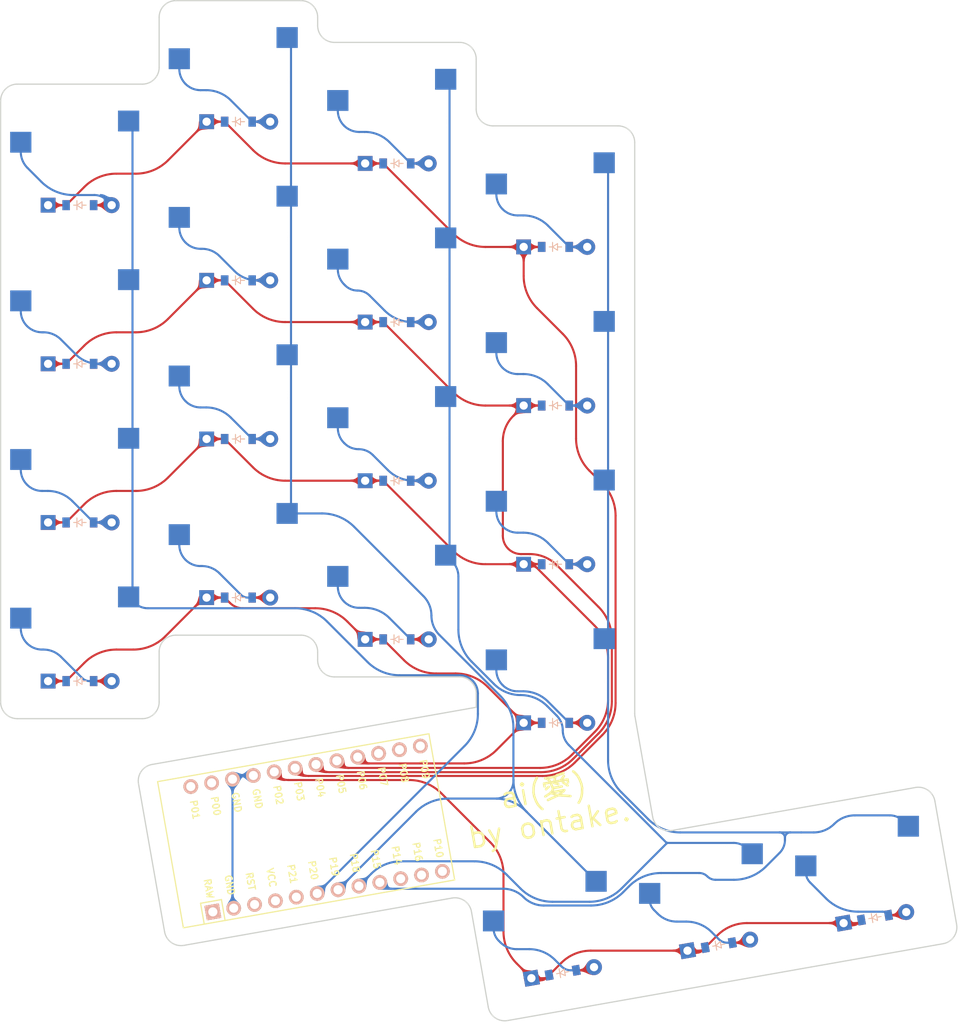
<source format=kicad_pcb>
(kicad_pcb (version 20211014) (generator pcbnew)
  (title_block (title "macropad") (rev "v1.0.0") (company "Unknown"))
  (layers (0 "F.Cu" signal) (31 "B.Cu" signal) (34 "B.Paste" user) (35 "F.Paste" user) (36 "B.SilkS" user "B.Silkscreen") (37 "F.SilkS" user "F.Silkscreen") (38 "B.Mask" user) (39 "F.Mask" user) (44 "Edge.Cuts" user))
  (net 0 "")
  (net 1 "c1_r1")
  (net 2 "P20")
  (net 3 "P6")
  (net 4 "c1_r2")
  (net 5 "P5")
  (net 6 "c1_r3")
  (net 7 "P4")
  (net 8 "c1_r4")
  (net 9 "P3")
  (net 10 "c2_r1")
  (net 11 "P19")
  (net 12 "c2_r2")
  (net 13 "c2_r3")
  (net 14 "c2_r4")
  (net 15 "c3_r1")
  (net 16 "P18")
  (net 17 "c3_r2")
  (net 18 "c3_r3")
  (net 19 "c3_r4")
  (net 20 "c4_r1")
  (net 21 "P15")
  (net 22 "c4_r2")
  (net 23 "c4_r3")
  (net 24 "c4_r4")
  (net 25 "c5_r5")
  (net 26 "P2")
  (net 27 "c6_r5")
  (net 28 "c7_r5")
  (net 29 "RAW")
  (net 30 "GND")
  (net 31 "RST")
  (net 32 "VCC")
  (net 33 "P21")
  (net 34 "P14")
  (net 35 "P16")
  (net 36 "P10")
  (net 37 "P1")
  (net 38 "P0")
  (net 39 "P7")
  (net 40 "P8")
  (net 41 "P9")
  (footprint "ProMicro" (layer "F.Cu") (at 99.50825 152.81 10)
    (fp_text reference "MCU1" hide)
    (fp_text value "" hide)
  )
  (footprint "MX" (layer "F.Cu") (at 90.13825 82.1)
    (fp_text reference "S7" hide)
    (fp_text value "" hide)
  )
  (footprint "ComboDiode" (layer "F.Cu") (at 71.13825 135.1)
    (fp_text reference "D1" hide)
    (fp_text value "" hide)
  )
  (footprint "MX" (layer "F.Cu") (at 71.13825 73.1)
    (fp_text reference "S4" hide)
    (fp_text value "" hide)
  )
  (footprint "MX" (layer "F.Cu") (at 71.13825 92.1)
    (fp_text reference "S3" hide)
    (fp_text value "" hide)
  )
  (footprint "MX" (layer "F.Cu") (at 90.13825 63.1)
    (fp_text reference "S8" hide)
    (fp_text value "" hide)
  )
  (footprint "ComboDiode" (layer "F.Cu") (at 128.13825 83.1)
    (fp_text reference "D16" hide)
    (fp_text value "" hide)
  )
  (footprint "ComboDiode" (layer "F.Cu") (at 109.13825 111.1)
    (fp_text reference "D10" hide)
    (fp_text value "" hide)
  )
  (footprint "ComboDiode" (layer "F.Cu") (at 90.13825 106.1)
    (fp_text reference "D6" hide)
    (fp_text value "" hide)
  )
  (footprint "MX" (layer "F.Cu") (at 128.13825 135.1)
    (fp_text reference "S13" hide)
    (fp_text value "" hide)
  )
  (footprint "ComboDiode" (layer "F.Cu") (at 90.13825 68.1)
    (fp_text reference "D8" hide)
    (fp_text value "" hide)
  )
  (footprint "MX" (layer "F.Cu") (at 90.13825 120.1)
    (fp_text reference "S5" hide)
    (fp_text value "" hide)
  )
  (footprint "ComboDiode" (layer "F.Cu") (at 90.13825 87.1)
    (fp_text reference "D7" hide)
    (fp_text value "" hide)
  )
  (footprint "ComboDiode" (layer "F.Cu") (at 166.429186 163.425408 10)
    (fp_text reference "D19" hide)
    (fp_text value "" hide)
  )
  (footprint "MX" (layer "F.Cu") (at 71.13825 111.1)
    (fp_text reference "S2" hide)
    (fp_text value "" hide)
  )
  (footprint "ComboDiode" (layer "F.Cu") (at 128.13825 102.1)
    (fp_text reference "D15" hide)
    (fp_text value "" hide)
  )
  (footprint "MX" (layer "F.Cu") (at 109.13825 125.1)
    (fp_text reference "S9" hide)
    (fp_text value "" hide)
  )
  (footprint "MX" (layer "F.Cu") (at 128.13825 165.1 10)
    (fp_text reference "S17" hide)
    (fp_text value "" hide)
  )
  (footprint "ComboDiode" (layer "F.Cu") (at 128.13825 121.1)
    (fp_text reference "D14" hide)
    (fp_text value "" hide)
  )
  (footprint "MX" (layer "F.Cu") (at 128.13825 116.1)
    (fp_text reference "S14" hide)
    (fp_text value "" hide)
  )
  (footprint "ComboDiode" (layer "F.Cu") (at 71.13825 78.1)
    (fp_text reference "D4" hide)
    (fp_text value "" hide)
  )
  (footprint "ComboDiode" (layer "F.Cu") (at 90.13825 125.1)
    (fp_text reference "D5" hide)
    (fp_text value "" hide)
  )
  (footprint "ComboDiode" (layer "F.Cu") (at 109.13825 73.1)
    (fp_text reference "D12" hide)
    (fp_text value "" hide)
  )
  (footprint "MX" (layer "F.Cu") (at 71.13825 130.1)
    (fp_text reference "S1" hide)
    (fp_text value "" hide)
  )
  (footprint "MX" (layer "F.Cu") (at 109.13825 68.1)
    (fp_text reference "S12" hide)
    (fp_text value "" hide)
  )
  (footprint "MX" (layer "F.Cu") (at 165.560945 158.501369 10)
    (fp_text reference "S19" hide)
    (fp_text value "" hide)
  )
  (footprint "ComboDiode" (layer "F.Cu") (at 129.006491 170.024039 10)
    (fp_text reference "D17" hide)
    (fp_text value "" hide)
  )
  (footprint "MX" (layer "F.Cu") (at 90.13825 101.1)
    (fp_text reference "S6" hide)
    (fp_text value "" hide)
  )
  (footprint "ComboDiode" (layer "F.Cu") (at 71.13825 97.1)
    (fp_text reference "D3" hide)
    (fp_text value "" hide)
  )
  (footprint "MX" (layer "F.Cu") (at 128.13825 97.1)
    (fp_text reference "S15" hide)
    (fp_text value "" hide)
  )
  (footprint "ComboDiode" (layer "F.Cu") (at 128.13825 140.1)
    (fp_text reference "D13" hide)
    (fp_text value "" hide)
  )
  (footprint "MX" (layer "F.Cu") (at 128.13825 78.1)
    (fp_text reference "S16" hide)
    (fp_text value "" hide)
  )
  (footprint "ComboDiode" (layer "F.Cu") (at 109.13825 92.1)
    (fp_text reference "D11" hide)
    (fp_text value "" hide)
  )
  (footprint "ComboDiode" (layer "F.Cu") (at 71.13825 116.1)
    (fp_text reference "D2" hide)
    (fp_text value "" hide)
  )
  (footprint "MX" (layer "F.Cu") (at 146.849597 161.800685 10)
    (fp_text reference "S18" hide)
    (fp_text value "" hide)
  )
  (footprint "ComboDiode" (layer "F.Cu") (at 109.13825 130.1)
    (fp_text reference "D9" hide)
    (fp_text value "" hide)
  )
  (footprint "MX" (layer "F.Cu") (at 109.13825 106.1)
    (fp_text reference "S10" hide)
    (fp_text value "" hide)
  )
  (footprint "ComboDiode" (layer "F.Cu") (at 147.717838 166.724723 10)
    (fp_text reference "D18" hide)
    (fp_text value "" hide)
  )
  (footprint "MX" (layer "F.Cu") (at 109.13825 87.1)
    (fp_text reference "S11" hide)
    (fp_text value "" hide)
  )
  (gr_arc (start 142.106799 152.990415) (mid 140.61235 152.659103) (end 139.789888 151.368096) (layer "Edge.Cuts") (width 0.15))
  (gr_line (start 157.854929 169.506701) (end 174.59666 166.554682) (layer "Edge.Cuts") (width 0.15))
  (gr_line (start 139.789888 151.368096) (end 137.668634 139.337872) (layer "Edge.Cuts") (width 0.15))
  (gr_line (start 63.63825 139.6) (end 78.63825 139.6) (layer "Edge.Cuts") (width 0.15))
  (gr_arc (start 122.40185 175.758034) (mid 120.907401 175.426723) (end 120.084938 174.135716) (layer "Edge.Cuts") (width 0.15))
  (gr_line (start 118.63825 136.6) (end 118.63825 138.236516) (layer "Edge.Cuts") (width 0.15))
  (gr_arc (start 120.63825 68.6) (mid 119.224036 68.014214) (end 118.63825 66.6) (layer "Edge.Cuts") (width 0.15))
  (gr_arc (start 101.63825 58.6) (mid 100.224036 58.014214) (end 99.63825 56.6) (layer "Edge.Cuts") (width 0.15))
  (gr_arc (start 80.63825 131.6) (mid 81.224036 130.185786) (end 82.63825 129.6) (layer "Edge.Cuts") (width 0.15))
  (gr_arc (start 116.63825 58.6) (mid 118.052464 59.185786) (end 118.63825 60.6) (layer "Edge.Cuts") (width 0.15))
  (gr_arc (start 61.63825 65.6) (mid 62.224036 64.185786) (end 63.63825 63.6) (layer "Edge.Cuts") (width 0.15))
  (gr_arc (start 171.297344 147.843334) (mid 172.791794 148.174645) (end 173.614257 149.465653) (layer "Edge.Cuts") (width 0.15))
  (gr_line (start 139.143581 172.806016) (end 157.854929 169.506701) (layer "Edge.Cuts") (width 0.15))
  (gr_arc (start 137.668634 139.337871) (mid 137.64586 139.164886) (end 137.63825 138.990575) (layer "Edge.Cuts") (width 0.15))
  (gr_line (start 118.069746 162.706997) (end 120.084938 174.135716) (layer "Edge.Cuts") (width 0.15))
  (gr_line (start 122.40185 175.758035) (end 139.143581 172.806016) (layer "Edge.Cuts") (width 0.15))
  (gr_arc (start 63.63825 139.6) (mid 62.224036 139.014214) (end 61.63825 137.6) (layer "Edge.Cuts") (width 0.15))
  (gr_line (start 154.555613 150.795353) (end 142.106799 152.990415) (layer "Edge.Cuts") (width 0.15))
  (gr_arc (start 116.63825 134.6) (mid 118.052464 135.185786) (end 118.63825 136.6) (layer "Edge.Cuts") (width 0.15))
  (gr_line (start 171.297345 147.843334) (end 154.555613 150.795353) (layer "Edge.Cuts") (width 0.15))
  (gr_line (start 78.165286 147.403845) (end 81.290954 165.130385) (layer "Edge.Cuts") (width 0.15))
  (gr_arc (start 176.21898 164.23777) (mid 175.887668 165.732219) (end 174.59666 166.554682) (layer "Edge.Cuts") (width 0.15))
  (gr_line (start 83.607866 166.752704) (end 115.752834 161.084678) (layer "Edge.Cuts") (width 0.15))
  (gr_line (start 116.63825 58.6) (end 101.63825 58.6) (layer "Edge.Cuts") (width 0.15))
  (gr_line (start 80.63825 137.6) (end 80.63825 131.6) (layer "Edge.Cuts") (width 0.15))
  (gr_line (start 99.63825 56.6) (end 99.63825 55.6) (layer "Edge.Cuts") (width 0.15))
  (gr_line (start 78.63825 63.6) (end 63.63825 63.6) (layer "Edge.Cuts") (width 0.15))
  (gr_line (start 101.63825 134.6) (end 116.63825 134.6) (layer "Edge.Cuts") (width 0.15))
  (gr_line (start 99.63825 131.6) (end 99.63825 132.6) (layer "Edge.Cuts") (width 0.15))
  (gr_arc (start 80.63825 55.6) (mid 81.224036 54.185786) (end 82.63825 53.6) (layer "Edge.Cuts") (width 0.15))
  (gr_line (start 61.63825 137.6) (end 61.63825 65.6) (layer "Edge.Cuts") (width 0.15))
  (gr_arc (start 101.63825 134.6) (mid 100.224036 134.014214) (end 99.63825 132.6) (layer "Edge.Cuts") (width 0.15))
  (gr_arc (start 97.63825 53.6) (mid 99.052464 54.185786) (end 99.63825 55.6) (layer "Edge.Cuts") (width 0.15))
  (gr_arc (start 80.63825 137.6) (mid 80.052464 139.014214) (end 78.63825 139.6) (layer "Edge.Cuts") (width 0.15))
  (gr_arc (start 135.63825 68.6) (mid 137.052464 69.185786) (end 137.63825 70.6) (layer "Edge.Cuts") (width 0.15))
  (gr_line (start 118.63825 138.236516) (end 79.787606 145.086933) (layer "Edge.Cuts") (width 0.15))
  (gr_line (start 137.63825 138.990575) (end 137.63825 70.6) (layer "Edge.Cuts") (width 0.15))
  (gr_arc (start 80.63825 61.6) (mid 80.052464 63.014214) (end 78.63825 63.6) (layer "Edge.Cuts") (width 0.15))
  (gr_line (start 118.63825 66.6) (end 118.63825 60.6) (layer "Edge.Cuts") (width 0.15))
  (gr_line (start 97.63825 53.6) (end 82.63825 53.6) (layer "Edge.Cuts") (width 0.15))
  (gr_arc (start 97.63825 129.6) (mid 99.052464 130.185786) (end 99.63825 131.6) (layer "Edge.Cuts") (width 0.15))
  (gr_line (start 135.63825 68.6) (end 120.63825 68.6) (layer "Edge.Cuts") (width 0.15))
  (gr_line (start 176.21898 164.23777) (end 173.614257 149.465653) (layer "Edge.Cuts") (width 0.15))
  (gr_line (start 82.63825 129.6) (end 97.63825 129.6) (layer "Edge.Cuts") (width 0.15))
  (gr_line (start 80.63825 55.6) (end 80.63825 61.6) (layer "Edge.Cuts") (width 0.15))
  (gr_arc (start 78.165286 147.403845) (mid 78.496598 145.909396) (end 79.787606 145.086933) (layer "Edge.Cuts") (width 0.15))
  (gr_arc (start 115.752834 161.084679) (mid 117.247283 161.41599) (end 118.069746 162.706997) (layer "Edge.Cuts") (width 0.15))
  (gr_arc (start 83.607866 166.752703) (mid 82.113417 166.421392) (end 81.290954 165.130385) (layer "Edge.Cuts") (width 0.15))
  (gr_text "ai(愛)\nby ontake." (at 127.03825 150.27 10) (layer "F.SilkS") (effects (font (size 2.5 2.5) (thickness 0.3))))
  (segment (start 72.78825 135.1) (end 74.94825 135.1) (width 0.25) (layer "F.Cu") (net 1))
  (segment (start 68.868008 132.191924) (end 71.418229 134.742145) (width 0.25) (layer "B.Cu") (net 1))
  (segment (start 72.282167 135.1) (end 72.78825 135.1) (width 0.25) (layer "B.Cu") (net 1))
  (segment (start 64.05325 128.769177) (end 64.05325 127.56) (width 0.25) (layer "B.Cu") (net 1))
  (segment (start 66.776084 131.325421) (end 66.609493 131.325421) (width 0.25) (layer "B.Cu") (net 1))
  (arc (start 64.801956 130.576714) (mid 65.631261 131.130838) (end 66.609493 131.325421) (width 0.25) (layer "B.Cu") (net 1))
  (arc (start 68.868008 132.191924) (mid 67.908225 131.550617) (end 66.776084 131.325421) (width 0.25) (layer "B.Cu") (net 1))
  (arc (start 71.418229 134.742145) (mid 71.814607 135.006996) (end 72.282167 135.1) (width 0.25) (layer "B.Cu") (net 1))
  (arc (start 64.05325 128.769177) (mid 64.247832 129.747409) (end 64.801956 130.576714) (width 0.25) (layer "B.Cu") (net 1))
  (segment (start 116.656443 134.40048) (end 109.455671 134.40048) (width 0.25) (layer "B.Cu") (net 2))
  (segment (start 77.21196 68.25171) (end 76.98025 68.02) (width 0.25) (layer "B.Cu") (net 2))
  (segment (start 118.840149 139.021398) (end 118.840149 136.584185) (width 0.25) (layer "B.Cu") (net 2))
  (segment (start 100.772031 127.970803) (end 105.607915 132.806687) (width 0.25) (layer "B.Cu") (net 2))
  (segment (start 77.443671 68.811109) (end 77.443671 86.22889) (width 0.25) (layer "B.Cu") (net 2))
  (segment (start 77.21196 125.25171) (end 77.658755 125.698505) (width 0.25) (layer "B.Cu") (net 2))
  (segment (start 77.443671 124.22889) (end 77.443671 106.811109) (width 0.25) (layer "B.Cu") (net 2))
  (segment (start 117.246356 142.869154) (end 99.580743 160.534768) (width 0.25) (layer "B.Cu") (net 2))
  (segment (start 77.443671 105.22889) (end 77.443671 87.811109) (width 0.25) (layer "B.Cu") (net 2))
  (segment (start 96.924275 126.377011) (end 79.296812 126.377011) (width 0.25) (layer "B.Cu") (net 2))
  (arc (start 77.443671 124.22889) (mid 77.383451 124.531634) (end 77.21196 124.788289) (width 0.25) (layer "B.Cu") (net 2))
  (arc (start 118.200556 135.040072) (mid 118.673924 135.748517) (end 118.840149 136.584185) (width 0.25) (layer "B.Cu") (net 2))
  (arc (start 77.658755 125.698505) (mid 78.410302 126.200673) (end 79.296812 126.377011) (width 0.25) (layer "B.Cu") (net 2))
  (arc (start 77.443671 86.22889) (mid 77.383451 86.531634) (end 77.21196 86.788289) (width 0.25) (layer "B.Cu") (net 2))
  (arc (start 118.840149 139.021398) (mid 118.425935 141.103788) (end 117.246356 142.869154) (width 0.25) (layer "B.Cu") (net 2))
  (arc (start 100.772031 127.970803) (mid 99.006665 126.791224) (end 96.924275 126.377011) (width 0.25) (layer "B.Cu") (net 2))
  (arc (start 77.21196 105.788289) (mid 77.115982 106.019999) (end 77.21196 106.25171) (width 0.25) (layer "B.Cu") (net 2))
  (arc (start 77.21196 106.25171) (mid 77.383451 106.508364) (end 77.443671 106.811109) (width 0.25) (layer "B.Cu") (net 2))
  (arc (start 77.21196 124.788289) (mid 77.115982 125.019999) (end 77.21196 125.25171) (width 0.25) (layer "B.Cu") (net 2))
  (arc (start 118.200556 135.040072) (mid 117.492111 134.566704) (end 116.656443 134.40048) (width 0.25) (layer "B.Cu") (net 2))
  (arc (start 77.443671 105.22889) (mid 77.383451 105.531634) (end 77.21196 105.788289) (width 0.25) (layer "B.Cu") (net 2))
  (arc (start 77.21196 68.25171) (mid 77.383451 68.508364) (end 77.443671 68.811109) (width 0.25) (layer "B.Cu") (net 2))
  (arc (start 77.21196 86.788289) (mid 77.115982 87.019999) (end 77.21196 87.25171) (width 0.25) (layer "B.Cu") (net 2))
  (arc (start 77.21196 87.25171) (mid 77.383451 87.508364) (end 77.443671 87.811109) (width 0.25) (layer "B.Cu") (net 2))
  (arc (start 105.607915 132.806687) (mid 107.37328 133.986266) (end 109.455671 134.40048) (width 0.25) (layer "B.Cu") (net 2))
  (segment (start 81.388371 129.731628) (end 85.911017 125.208982) (width 0.25) (layer "F.Cu") (net 3))
  (segment (start 117.211442 144.962844) (end 105.735545 144.962844) (width 0.25) (layer "F.Cu") (net 3))
  (segment (start 116.164221 134.189935) (end 113.832148 134.189935) (width 0.25) (layer "F.Cu") (net 3))
  (segment (start 89.126755 125.738505) (end 88.48825 125.1) (width 0.25) (layer "F.Cu") (net 3))
  (segment (start 90.668244 126.377011) (end 99.351297 126.377011) (width 0.25) (layer "F.Cu") (net 3))
  (segment (start 69.48825 135.1) (end 67.32825 135.1) (width 0.25) (layer "F.Cu") (net 3))
  (segment (start 69.48825 135.1) (end 71.669036 132.919213) (width 0.25) (layer "F.Cu") (net 3))
  (segment (start 105.32825 130.1) (end 103.199053 127.970803) (width 0.25) (layer "F.Cu") (net 3))
  (segment (start 86.482375 125.1) (end 86.174125 125.1) (width 0.25) (layer "F.Cu") (net 3))
  (segment (start 124.32825 140.1) (end 121.059198 143.369051) (width 0.25) (layer "F.Cu") (net 3))
  (segment (start 88.48825 125.1) (end 86.482375 125.1) (width 0.25) (layer "F.Cu") (net 3))
  (segment (start 107.48825 130.1) (end 105.32825 130.1) (width 0.25) (layer "F.Cu") (net 3))
  (segment (start 107.48825 130.1) (end 109.984392 132.596142) (width 0.25) (layer "F.Cu") (net 3))
  (segment (start 77.540615 131.325421) (end 75.516792 131.325421) (width 0.25) (layer "F.Cu") (net 3))
  (segment (start 124.32825 140.1) (end 126.48825 140.1) (width 0.25) (layer "F.Cu") (net 3))
  (segment (start 104.818452 144.582971) (end 104.43858 144.203099) (width 0.25) (layer "F.Cu") (net 3))
  (segment (start 124.32825 140.1) (end 120.011977 135.783727) (width 0.25) (layer "F.Cu") (net 3))
  (arc (start 104.818452 144.582971) (mid 105.239218 144.864118) (end 105.735545 144.962844) (width 0.25) (layer "F.Cu") (net 3))
  (arc (start 86.174125 125.1) (mid 86.031732 125.128323) (end 85.911017 125.208982) (width 0.25) (layer "F.Cu") (net 3))
  (arc (start 121.059198 143.369051) (mid 119.293832 144.54863) (end 117.211442 144.962844) (width 0.25) (layer "F.Cu") (net 3))
  (arc (start 75.516792 131.325421) (mid 73.434401 131.739634) (end 71.669036 132.919213) (width 0.25) (layer "F.Cu") (net 3))
  (arc (start 120.011977 135.783727) (mid 118.246611 134.604148) (end 116.164221 134.189935) (width 0.25) (layer "F.Cu") (net 3))
  (arc (start 89.126755 125.738505) (mid 89.833996 126.211068) (end 90.668244 126.377011) (width 0.25) (layer "F.Cu") (net 3))
  (arc (start 81.388371 129.731628) (mid 79.623005 130.911207) (end 77.540615 131.325421) (width 0.25) (layer "F.Cu") (net 3))
  (arc (start 109.984392 132.596142) (mid 111.749757 133.775721) (end 113.832148 134.189935) (width 0.25) (layer "F.Cu") (net 3))
  (arc (start 103.199053 127.970803) (mid 101.433687 126.791224) (end 99.351297 126.377011) (width 0.25) (layer "F.Cu") (net 3))
  (segment (start 72.78825 116.1) (end 74.94825 116.1) (width 0.25) (layer "F.Cu") (net 4))
  (segment (start 72.788796 116.1) (end 74.94825 116.1) (width 0.25) (layer "B.Cu") (net 4))
  (segment (start 70.238768 113.549972) (end 72.788796 116.1) (width 0.25) (layer "B.Cu") (net 4))
  (segment (start 64.05325 109.769177) (end 64.05325 108.56) (width 0.25) (layer "B.Cu") (net 4))
  (segment (start 67.28244 112.325421) (end 66.609493 112.325421) (width 0.25) (layer "B.Cu") (net 4))
  (arc (start 70.238768 113.549972) (mid 68.882393 112.643671) (end 67.28244 112.325421) (width 0.25) (layer "B.Cu") (net 4))
  (arc (start 64.05325 109.769177) (mid 64.247832 110.747409) (end 64.801956 111.576714) (width 0.25) (layer "B.Cu") (net 4))
  (arc (start 64.801956 111.576714) (mid 65.631261 112.130838) (end 66.609493 112.325421) (width 0.25) (layer "B.Cu") (net 4))
  (segment (start 69.48825 116.1) (end 71.669036 113.919213) (width 0.25) (layer "F.Cu") (net 5))
  (segment (start 115.894457 119.506207) (end 107.48825 111.1) (width 0.25) (layer "F.Cu") (net 5))
  (segment (start 103.398169 145.5) (end 126.286036 145.5) (width 0.25) (layer "F.Cu") (net 5))
  (segment (start 95.742213 111.1) (end 105.32825 111.1) (width 0.25) (layer "F.Cu") (net 5))
  (segment (start 69.48825 116.1) (end 67.32825 116.1) (width 0.25) (layer "F.Cu") (net 5))
  (segment (start 124.89775 121.1) (end 124.32825 121.1) (width 0.25) (layer "F.Cu") (net 5))
  (segment (start 134.443671 137.342365) (end 134.443671 132.330384) (width 0.25) (layer "F.Cu") (net 5))
  (segment (start 124.32825 121.1) (end 126.48825 121.1) (width 0.25) (layer "F.Cu") (net 5))
  (segment (start 75.516792 112.325421) (end 77.848865 112.325421) (width 0.25) (layer "F.Cu") (net 5))
  (segment (start 88.48825 106.1) (end 86.32825 106.1) (width 0.25) (layer "F.Cu") (net 5))
  (segment (start 88.48825 106.1) (end 91.894457 109.506207) (width 0.25) (layer "F.Cu") (net 5))
  (segment (start 124.32825 121.1) (end 119.742213 121.1) (width 0.25) (layer "F.Cu") (net 5))
  (segment (start 132.849878 141.190121) (end 130.133792 143.906207) (width 0.25) (layer "F.Cu") (net 5))
  (segment (start 102.365085 145.072082) (end 101.937168 144.644165) (width 0.25) (layer "F.Cu") (net 5))
  (segment (start 81.696621 110.731628) (end 86.32825 106.1) (width 0.25) (layer "F.Cu") (net 5))
  (segment (start 125.869947 121.502697) (end 132.849878 128.482628) (width 0.25) (layer "F.Cu") (net 5))
  (segment (start 107.48825 111.1) (end 105.32825 111.1) (width 0.25) (layer "F.Cu") (net 5))
  (arc (start 125.869947 121.502697) (mid 125.423899 121.204657) (end 124.89775 121.1) (width 0.25) (layer "F.Cu") (net 5))
  (arc (start 91.894457 109.506207) (mid 93.659822 110.685786) (end 95.742213 111.1) (width 0.25) (layer "F.Cu") (net 5))
  (arc (start 132.849878 128.482628) (mid 134.029457 130.247993) (end 134.443671 132.330384) (width 0.25) (layer "F.Cu") (net 5))
  (arc (start 75.516792 112.325421) (mid 73.434401 112.739634) (end 71.669036 113.919213) (width 0.25) (layer "F.Cu") (net 5))
  (arc (start 115.894457 119.506207) (mid 117.659822 120.685786) (end 119.742213 121.1) (width 0.25) (layer "F.Cu") (net 5))
  (arc (start 134.443671 137.342365) (mid 134.029457 139.424755) (end 132.849878 141.190121) (width 0.25) (layer "F.Cu") (net 5))
  (arc (start 81.696621 110.731628) (mid 79.931255 111.911207) (end 77.848865 112.325421) (width 0.25) (layer "F.Cu") (net 5))
  (arc (start 130.133792 143.906207) (mid 128.368426 145.085786) (end 126.286036 145.5) (width 0.25) (layer "F.Cu") (net 5))
  (arc (start 102.365085 145.072082) (mid 102.839068 145.388787) (end 103.398169 145.5) (width 0.25) (layer "F.Cu") (net 5))
  (segment (start 72.78825 97.1) (end 74.94825 97.1) (width 0.25) (layer "F.Cu") (net 6))
  (segment (start 73.362167 97.1) (end 74.94825 97.1) (width 0.25) (layer "B.Cu") (net 6))
  (segment (start 64.05325 90.769177) (end 64.05325 89.56) (width 0.25) (layer "B.Cu") (net 6))
  (segment (start 66.609493 93.325421) (end 66.776084 93.325421) (width 0.25) (layer "B.Cu") (net 6))
  (segment (start 70.654553 95.978469) (end 68.868008 94.191924) (width 0.25) (layer "B.Cu") (net 6))
  (arc (start 64.801956 92.576714) (mid 65.631261 93.130838) (end 66.609493 93.325421) (width 0.25) (layer "B.Cu") (net 6))
  (arc (start 70.654553 95.978469) (mid 71.896817 96.808523) (end 73.362167 97.1) (width 0.25) (layer "B.Cu") (net 6))
  (arc (start 64.05325 90.769177) (mid 64.247832 91.747409) (end 64.801956 92.576714) (width 0.25) (layer "B.Cu") (net 6))
  (arc (start 68.868008 94.191924) (mid 67.908225 93.550617) (end 66.776084 93.325421) (width 0.25) (layer "B.Cu") (net 6))
  (segment (start 124.32825 102.1) (end 123.080539 103.34771) (width 0.25) (layer "F.Cu") (net 7))
  (segment (start 115.894457 100.506207) (end 107.48825 92.1) (width 0.25) (layer "F.Cu") (net 7))
  (segment (start 119.742213 102.1) (end 124.32825 102.1) (width 0.25) (layer "F.Cu") (net 7))
  (segment (start 124.32825 102.1) (end 126.48825 102.1) (width 0.25) (layer "F.Cu") (net 7))
  (segment (start 88.48825 87.1) (end 86.32825 87.1) (width 0.25) (layer "F.Cu") (net 7))
  (segment (start 75.516792 93.325421) (end 77.848865 93.325421) (width 0.25) (layer "F.Cu") (net 7))
  (segment (start 133.299398 141.376319) (end 130.25951 144.416207) (width 0.25) (layer "F.Cu") (net 7))
  (segment (start 81.696621 91.731628) (end 86.32825 87.1) (width 0.25) (layer "F.Cu") (net 7))
  (segment (start 121.832829 117.698131) (end 121.832829 106.35995) (width 0.25) (layer "F.Cu") (net 7))
  (segment (start 107.48825 92.1) (end 105.32825 92.1) (width 0.25) (layer "F.Cu") (net 7))
  (segment (start 69.48825 97.1) (end 71.669036 94.919213) (width 0.25) (layer "F.Cu") (net 7))
  (segment (start 88.48825 87.1) (end 91.894457 90.506207) (width 0.25) (layer "F.Cu") (net 7))
  (segment (start 69.48825 97.1) (end 67.32825 97.1) (width 0.25) (layer "F.Cu") (net 7))
  (segment (start 128.338131 121.250859) (end 133.299398 126.212126) (width 0.25) (layer "F.Cu") (net 7))
  (segment (start 134.893191 130.059882) (end 134.893191 137.528563) (width 0.25) (layer "F.Cu") (net 7))
  (segment (start 101.014434 146.01) (end 126.411754 146.01) (width 0.25) (layer "F.Cu") (net 7))
  (segment (start 99.898141 145.547616) (end 99.435757 145.085232) (width 0.25) (layer "F.Cu") (net 7))
  (segment (start 95.742213 92.1) (end 105.32825 92.1) (width 0.25) (layer "F.Cu") (net 7))
  (segment (start 125.04425 119.886489) (end 124.021186 119.886489) (width 0.25) (layer "F.Cu") (net 7))
  (arc (start 122.473784 119.245534) (mid 123.183738 119.71991) (end 124.021186 119.886489) (width 0.25) (layer "F.Cu") (net 7))
  (arc (start 123.080539 103.34771) (mid 122.157098 104.729737) (end 121.832829 106.35995) (width 0.25) (layer "F.Cu") (net 7))
  (arc (start 134.893191 137.528563) (mid 134.478977 139.610953) (end 133.299398 141.376319) (width 0.25) (layer "F.Cu") (net 7))
  (arc (start 121.832829 117.698131) (mid 121.999407 118.535579) (end 122.473784 119.245534) (width 0.25) (layer "F.Cu") (net 7))
  (arc (start 99.898141 145.547616) (mid 100.4103 145.88983) (end 101.014434 146.01) (width 0.25) (layer "F.Cu") (net 7))
  (arc (start 91.894457 90.506207) (mid 93.659822 91.685786) (end 95.742213 92.1) (width 0.25) (layer "F.Cu") (net 7))
  (arc (start 133.299398 126.212126) (mid 134.478977 127.977491) (end 134.893191 130.059882) (width 0.25) (layer "F.Cu") (net 7))
  (arc (start 130.25951 144.416207) (mid 128.494144 145.595786) (end 126.411754 146.01) (width 0.25) (layer "F.Cu") (net 7))
  (arc (start 128.338131 121.250859) (mid 126.826885 120.241077) (end 125.04425 119.886489) (width 0.25) (layer "F.Cu") (net 7))
  (arc (start 115.894457 100.506207) (mid 117.659822 101.685786) (end 119.742213 102.1) (width 0.25) (layer "F.Cu") (net 7))
  (arc (start 81.696621 91.731628) (mid 79.931255 92.911207) (end 77.848865 93.325421) (width 0.25) (layer "F.Cu") (net 7))
  (arc (start 75.516792 93.325421) (mid 73.434401 93.739634) (end 71.669036 94.919213) (width 0.25) (layer "F.Cu") (net 7))
  (segment (start 72.78825 78.1) (end 74.94825 78.1) (width 0.25) (layer "F.Cu") (net 8))
  (segment (start 70.365694 76.886489) (end 72.876657 76.886489) (width 0.25) (layer "B.Cu") (net 8))
  (segment (start 74.341494 77.493244) (end 74.94825 78.1) (width 0.25) (layer "B.Cu") (net 8))
  (segment (start 66.517938 75.292696) (end 64.855111 73.629869) (width 0.25) (layer "B.Cu") (net 8))
  (segment (start 64.05325 71.694004) (end 64.05325 70.56) (width 0.25) (layer "B.Cu") (net 8))
  (arc (start 64.05325 71.694004) (mid 64.261646 72.741686) (end 64.855111 73.629869) (width 0.25) (layer "B.Cu") (net 8))
  (arc (start 74.341494 77.493244) (mid 73.669421 77.044179) (end 72.876657 76.886489) (width 0.25) (layer "B.Cu") (net 8))
  (arc (start 66.517938 75.292696) (mid 68.283303 76.472275) (end 70.365694 76.886489) (width 0.25) (layer "B.Cu") (net 8))
  (segment (start 130.61 106.046812) (end 130.61 97.363963) (width 0.25) (layer "F.Cu") (net 9))
  (segment (start 81.696621 72.731628) (end 86.32825 68.1) (width 0.25) (layer "F.Cu") (net 9))
  (segment (start 69.48825 78.1) (end 67.32825 78.1) (width 0.25) (layer "F.Cu") (net 9))
  (segment (start 95.742213 73.1) (end 105.32825 73.1) (width 0.25) (layer "F.Cu") (net 9))
  (segment (start 115.894457 81.506207) (end 107.48825 73.1) (width 0.25) (layer "F.Cu") (net 9))
  (segment (start 69.48825 78.1) (end 71.669036 75.919213) (width 0.25) (layer "F.Cu") (net 9))
  (segment (start 88.48825 68.1) (end 91.894457 71.506207) (width 0.25) (layer "F.Cu") (net 9))
  (segment (start 88.48825 68.1) (end 86.32825 68.1) (width 0.25) (layer "F.Cu") (net 9))
  (segment (start 119.742213 83.1) (end 124.32825 83.1) (width 0.25) (layer "F.Cu") (net 9))
  (segment (start 124.32825 83.1) (end 126.48825 83.1) (width 0.25) (layer "F.Cu") (net 9))
  (segment (start 75.516792 74.325421) (end 77.848865 74.325421) (width 0.25) (layer "F.Cu") (net 9))
  (segment (start 133.748918 141.562516) (end 130.445707 144.865727) (width 0.25) (layer "F.Cu") (net 9))
  (segment (start 97.400956 145.992909) (end 96.934345 145.526298) (width 0.25) (layer "F.Cu") (net 9))
  (segment (start 132.203792 109.894568) (end 133.748918 111.439694) (width 0.25) (layer "F.Cu") (net 9))
  (segment (start 135.342711 137.71476) (end 135.342711 115.28745) (width 0.25) (layer "F.Cu") (net 9))
  (segment (start 126.597951 146.45952) (end 98.527454 146.45952) (width 0.25) (layer "F.Cu") (net 9))
  (segment (start 124.32825 86.574286) (end 124.32825 83.1) (width 0.25) (layer "F.Cu") (net 9))
  (segment (start 107.48825 73.1) (end 105.32825 73.1) (width 0.25) (layer "F.Cu") (net 9))
  (segment (start 125.922042 90.422042) (end 129.016207 93.516207) (width 0.25) (layer "F.Cu") (net 9))
  (arc (start 130.61 106.046812) (mid 131.024213 108.129202) (end 132.203792 109.894568) (width 0.25) (layer "F.Cu") (net 9))
  (arc (start 97.400956 145.992909) (mid 97.917797 146.338251) (end 98.527454 146.45952) (width 0.25) (layer "F.Cu") (net 9))
  (arc (start 115.894457 81.506207) (mid 117.659822 82.685786) (end 119.742213 83.1) (width 0.25) (layer "F.Cu") (net 9))
  (arc (start 133.748918 111.439694) (mid 134.928497 113.205059) (end 135.342711 115.28745) (width 0.25) (layer "F.Cu") (net 9))
  (arc (start 81.696621 72.731628) (mid 79.931255 73.911207) (end 77.848865 74.325421) (width 0.25) (layer "F.Cu") (net 9))
  (arc (start 91.894457 71.506207) (mid 93.659822 72.685786) (end 95.742213 73.1) (width 0.25) (layer "F.Cu") (net 9))
  (arc (start 130.445707 144.865727) (mid 128.680341 146.045306) (end 126.597951 146.45952) (width 0.25) (layer "F.Cu") (net 9))
  (arc (start 135.342711 137.71476) (mid 134.928497 139.79715) (end 133.748918 141.562516) (width 0.25) (layer "F.Cu") (net 9))
  (arc (start 129.016207 93.516207) (mid 130.195786 95.281572) (end 130.61 97.363963) (width 0.25) (layer "F.Cu") (net 9))
  (arc (start 124.32825 86.574286) (mid 124.742463 88.656676) (end 125.922042 90.422042) (width 0.25) (layer "F.Cu") (net 9))
  (arc (start 75.516792 74.325421) (mid 73.434401 74.739634) (end 71.669036 75.919213) (width 0.25) (layer "F.Cu") (net 9))
  (segment (start 91.78825 125.1) (end 93.94825 125.1) (width 0.25) (layer "F.Cu") (net 10))
  (segment (start 85.609493 121.325421) (end 85.776084 121.325421) (width 0.25) (layer "B.Cu") (net 10))
  (segment (start 90.418229 124.742145) (end 87.868008 122.191924) (width 0.25) (layer "B.Cu") (net 10))
  (segment (start 91.282167 125.1) (end 91.78825 125.1) (width 0.25) (layer "B.Cu") (net 10))
  (segment (start 83.05325 118.769177) (end 83.05325 117.56) (width 0.25) (layer "B.Cu") (net 10))
  (arc (start 83.801956 120.576714) (mid 84.631261 121.130838) (end 85.609493 121.325421) (width 0.25) (layer "B.Cu") (net 10))
  (arc (start 87.868008 122.191924) (mid 86.908225 121.550617) (end 85.776084 121.325421) (width 0.25) (layer "B.Cu") (net 10))
  (arc (start 83.05325 118.769177) (mid 83.247832 119.747409) (end 83.801956 120.576714) (width 0.25) (layer "B.Cu") (net 10))
  (arc (start 90.418229 124.742145) (mid 90.814607 125.006996) (end 91.282167 125.1) (width 0.25) (layer "B.Cu") (net 10))
  (segment (start 96.443671 76.22889) (end 96.443671 58.811109) (width 0.25) (layer "B.Cu") (net 11))
  (segment (start 96.21196 58.25171) (end 95.98025 58.02) (width 0.25) (layer "B.Cu") (net 11))
  (segment (start 121.506207 136.85199) (end 114.239054 129.584837) (width 0.25) (layer "B.Cu") (net 11))
  (segment (start 96.443671 96.811109) (end 96.443671 114.22889) (width 0.25) (layer "B.Cu") (net 11))
  (segment (start 112.306187 124.918483) (end 104.001496 116.613792) (width 0.25) (layer "B.Cu") (net 11))
  (segment (start 111.408704 150.767152) (end 102.082155 160.093702) (width 0.25) (layer "B.Cu") (net 11))
  (segment (start 123.1 146.919396) (end 123.1 140.699746) (width 0.25) (layer "B.Cu") (net 11))
  (segment (start 96.307938 115.02) (end 100.15374 115.02) (width 0.25) (layer "B.Cu") (net 11))
  (segment (start 121.100001 149.17336) (end 115.25646 149.17336) (width 0.25) (layer "B.Cu") (net 11))
  (segment (start 124.693792 150.767152) (end 133.009364 159.082724) (width 0.25) (layer "B.Cu") (net 11))
  (segment (start 96.443671 95.22889) (end 96.443671 77.811109) (width 0.25) (layer "B.Cu") (net 11))
  (arc (start 96.21196 58.25171) (mid 96.383451 58.508364) (end 96.443671 58.811109) (width 0.25) (layer "B.Cu") (net 11))
  (arc (start 96.21196 95.788289) (mid 96.115982 96.019999) (end 96.21196 96.25171) (width 0.25) (layer "B.Cu") (net 11))
  (arc (start 104.001496 116.613792) (mid 102.23613 115.434213) (end 100.15374 115.02) (width 0.25) (layer "B.Cu") (net 11))
  (arc (start 112.306187 124.918483) (mid 113.021452 125.988953) (end 113.272621 127.25166) (width 0.25) (layer "B.Cu") (net 11))
  (arc (start 123.1 146.919396) (mid 123.514213 149.001786) (end 124.693792 150.767152) (width 0.25) (layer "B.Cu") (net 11))
  (arc (start 96.21196 76.788289) (mid 96.115982 77.019999) (end 96.21196 77.25171) (width 0.25) (layer "B.Cu") (net 11))
  (arc (start 96.21196 96.25171) (mid 96.383451 96.508364) (end 96.443671 96.811109) (width 0.25) (layer "B.Cu") (net 11))
  (arc (start 115.25646 149.17336) (mid 113.174069 149.587573) (end 111.408704 150.767152) (width 0.25) (layer "B.Cu") (net 11))
  (arc (start 121.100001 149.17336) (mid 122.514213 148.513189) (end 123.1 146.919396) (width 0.25) (layer "B.Cu") (net 11))
  (arc (start 96.443671 114.22889) (mid 96.383451 114.531634) (end 96.21196 114.788289) (width 0.25) (layer "B.Cu") (net 11))
  (arc (start 96.21196 77.25171) (mid 96.383451 77.508364) (end 96.443671 77.811109) (width 0.25) (layer "B.Cu") (net 11))
  (arc (start 124.693792 150.767152) (mid 122.99443 149.587573) (end 121.100001 149.17336) (width 0.25) (layer "B.Cu") (net 11))
  (arc (start 121.506207 136.85199) (mid 122.685786 138.617355) (end 123.1 140.699746) (width 0.25) (layer "B.Cu") (net 11))
  (arc (start 96.21196 114.788289) (mid 96.182536 114.936209) (end 96.307938 115.02) (width 0.25) (layer "B.Cu") (net 11))
  (arc (start 113.272621 127.25166) (mid 113.523788 128.514366) (end 114.239054 129.584837) (width 0.25) (layer "B.Cu") (net 11))
  (arc (start 96.443671 76.22889) (mid 96.383451 76.531634) (end 96.21196 76.788289) (width 0.25) (layer "B.Cu") (net 11))
  (arc (start 96.443671 95.22889) (mid 96.383451 95.531634) (end 96.21196 95.788289) (width 0.25) (layer "B.Cu") (net 11))
  (segment (start 91.78825 106.1) (end 93.94825 106.1) (width 0.25) (layer "F.Cu") (net 12))
  (segment (start 91.788796 106.1) (end 89.238768 103.549972) (width 0.25) (layer "B.Cu") (net 12))
  (segment (start 85.609493 102.325421) (end 86.28244 102.325421) (width 0.25) (layer "B.Cu") (net 12))
  (segment (start 83.05325 99.769177) (end 83.05325 98.56) (width 0.25) (layer "B.Cu") (net 12))
  (segment (start 91.788796 106.1) (end 93.94825 106.1) (width 0.25) (layer "B.Cu") (net 12))
  (arc (start 83.05325 99.769177) (mid 83.247832 100.747409) (end 83.801956 101.576714) (width 0.25) (layer "B.Cu") (net 12))
  (arc (start 89.238768 103.549972) (mid 87.882393 102.643671) (end 86.28244 102.325421) (width 0.25) (layer "B.Cu") (net 12))
  (arc (start 83.801956 101.576714) (mid 84.631261 102.130838) (end 85.609493 102.325421) (width 0.25) (layer "B.Cu") (net 12))
  (segment (start 91.78825 87.1) (end 93.94825 87.1) (width 0.25) (layer "F.Cu") (net 13))
  (segment (start 83.05325 80.769177) (end 83.05325 79.56) (width 0.25) (layer "B.Cu") (net 13))
  (segment (start 87.868008 84.191924) (end 89.654553 85.978469) (width 0.25) (layer "B.Cu") (net 13))
  (segment (start 92.362167 87.1) (end 93.94825 87.1) (width 0.25) (layer "B.Cu") (net 13))
  (segment (start 85.609493 83.325421) (end 85.776084 83.325421) (width 0.25) (layer "B.Cu") (net 13))
  (arc (start 83.801956 82.576714) (mid 84.631261 83.130838) (end 85.609493 83.325421) (width 0.25) (layer "B.Cu") (net 13))
  (arc (start 83.05325 80.769177) (mid 83.247832 81.747409) (end 83.801956 82.576714) (width 0.25) (layer "B.Cu") (net 13))
  (arc (start 89.654553 85.978469) (mid 90.896817 86.808523) (end 92.362167 87.1) (width 0.25) (layer "B.Cu") (net 13))
  (arc (start 87.868008 84.191924) (mid 86.908225 83.550617) (end 85.776084 83.325421) (width 0.25) (layer "B.Cu") (net 13))
  (segment (start 91.78825 68.1) (end 93.94825 68.1) (width 0.25) (layer "F.Cu") (net 14))
  (segment (start 91.788796 68.1) (end 93.94825 68.1) (width 0.25) (layer "B.Cu") (net 14))
  (segment (start 85.609493 64.325421) (end 86.28244 64.325421) (width 0.25) (layer "B.Cu") (net 14))
  (segment (start 89.238768 65.549972) (end 91.788796 68.1) (width 0.25) (layer "B.Cu") (net 14))
  (segment (start 83.05325 61.769177) (end 83.05325 60.56) (width 0.25) (layer "B.Cu") (net 14))
  (arc (start 89.238768 65.549972) (mid 87.882393 64.643671) (end 86.28244 64.325421) (width 0.25) (layer "B.Cu") (net 14))
  (arc (start 83.05325 61.769177) (mid 83.247832 62.747409) (end 83.801956 63.576714) (width 0.25) (layer "B.Cu") (net 14))
  (arc (start 83.801956 63.576714) (mid 84.631261 64.130838) (end 85.609493 64.325421) (width 0.25) (layer "B.Cu") (net 14))
  (segment (start 110.78825 130.1) (end 112.94825 130.1) (width 0.25) (layer "F.Cu") (net 15))
  (segment (start 104.609493 126.325421) (end 105.282167 126.325421) (width 0.25) (layer "B.Cu") (net 15))
  (segment (start 102.05325 123.769177) (end 102.05325 122.56) (width 0.25) (layer "B.Cu") (net 15))
  (segment (start 108.238029 127.549779) (end 110.78825 130.1) (width 0.25) (layer "B.Cu") (net 15))
  (arc (start 102.05325 123.769177) (mid 102.247832 124.747409) (end 102.801956 125.576714) (width 0.25) (layer "B.Cu") (net 15))
  (arc (start 108.238029 127.549779) (mid 106.881868 126.643621) (end 105.282167 126.325421) (width 0.25) (layer "B.Cu") (net 15))
  (arc (start 102.801956 125.576714) (mid 103.631261 126.130838) (end 104.609493 126.325421) (width 0.25) (layer "B.Cu") (net 15))
  (segment (start 122.281351 158.281351) (end 123.936838 159.936838) (width 0.25) (layer "B.Cu") (net 16))
  (segment (start 115.443671 101.811109) (end 115.443671 119.22889) (width 0.25) (layer "B.Cu") (net 16))
  (segment (start 141.491186 154.482274) (end 141.544266 154.482274) (width 0.25) (layer "B.Cu") (net 16))
  (segment (start 129.745651 142.763279) (end 141.445879 154.463507) (width 0.25) (layer "B.Cu") (net 16))
  (segment (start 115.443671 82.811109) (end 115.443671 100.22889) (width 0.25) (layer "B.Cu") (net 16))
  (segment (start 109.64527 156.687559) (end 118.433595 156.687559) (width 0.25) (layer "B.Cu") (net 16))
  (segment (start 132.215405 161.530631) (end 127.784594 161.530631) (width 0.25) (layer "B.Cu") (net 16))
  (segment (start 127.147395 138.094863) (end 128.281826 139.229294) (width 0.25) (layer "B.Cu") (net 16))
  (segment (start 120.774246 135.455018) (end 118.099042 132.779814) (width 0.25) (layer "B.Cu") (net 16))
  (segment (start 115.014088 120.028838) (end 115.75525 120.77) (width 0.25) (layer "B.Cu") (net 16))
  (segment (start 106.066105 158.170097) (end 104.583567 159.652636) (width 0.25) (layer "B.Cu") (net 16))
  (segment (start 115.21196 63.25171) (end 114.98025 63.02) (width 0.25) (layer "B.Cu") (net 16))
  (segment (start 115.21196 119.788289) (end 114.989088 120.011161) (width 0.25) (layer "B.Cu") (net 16))
  (segment (start 116.50525 122.58066) (end 116.50525 128.932058) (width 0.25) (layer "B.Cu") (net 16))
  (segment (start 151.070143 155.132841) (end 151.720711 155.783409) (width 0.25) (layer "B.Cu") (net 16))
  (segment (start 141.498959 154.50104) (end 136.063161 159.936838) (width 0.25) (layer "B.Cu") (net 16))
  (segment (start 115.443671 63.811109) (end 115.443671 81.22889) (width 0.25) (layer "B.Cu") (net 16))
  (segment (start 141.544266 154.482274) (end 149.499534 154.482274) (width 0.25) (layer "B.Cu") (net 16))
  (arc (start 115.014088 120.028838) (mid 115.004298 120.022296) (end 114.99275 120.02) (width 0.25) (layer "B.Cu") (net 16))
  (arc (start 115.21196 100.788289) (mid 115.115982 101.019999) (end 115.21196 101.25171) (width 0.25) (layer "B.Cu") (net 16))
  (arc (start 114.989088 120.011161) (mid 114.987966 120.016803) (end 114.99275 120.02) (width 0.25) (layer "B.Cu") (net 16))
  (arc (start 120.774246 135.455018) (mid 122.236259 136.431904) (end 123.960821 136.774941) (width 0.25) (layer "B.Cu") (net 16))
  (arc (start 115.443671 81.22889) (mid 115.383451 81.531634) (end 115.21196 81.788289) (width 0.25) (layer "B.Cu") (net 16))
  (arc (start 123.936838 159.936838) (mid 125.702203 161.116417) (end 127.784594 161.530631) (width 0.25) (layer "B.Cu") (net 16))
  (arc (start 129.013739 140.996287) (mid 129.203956 141.952576) (end 129.745651 142.763279) (width 0.25) (layer "B.Cu") (net 16))
  (arc (start 151.070143 155.132841) (mid 150.349541 154.65135) (end 149.499534 154.482274) (width 0.25) (layer "B.Cu") (net 16))
  (arc (start 115.443671 100.22889) (mid 115.383451 100.531634) (end 115.21196 100.788289) (width 0.25) (layer "B.Cu") (net 16))
  (arc (start 128.281826 139.229294) (mid 128.823521 140.039997) (end 129.013739 140.996287) (width 0.25) (layer "B.Cu") (net 16))
  (arc (start 109.64527 156.687559) (mid 107.70824 157.072858) (end 106.066105 158.170097) (width 0.25) (layer "B.Cu") (net 16))
  (arc (start 141.445879 154.463507) (mid 141.466666 154.477396) (end 141.491186 154.482274) (width 0.25) (layer "B.Cu") (net 16))
  (arc (start 115.75525 120.77) (mid 116.310331 121.600737) (end 116.50525 122.58066) (width 0.25) (layer "B.Cu") (net 16))
  (arc (start 141.498959 154.50104) (mid 141.501342 154.48906) (end 141.491186 154.482274) (width 0.25) (layer "B.Cu") (net 16))
  (arc (start 115.21196 101.25171) (mid 115.383451 101.508364) (end 115.443671 101.811109) (width 0.25) (layer "B.Cu") (net 16))
  (arc (start 115.21196 81.788289) (mid 115.115982 82.019999) (end 115.21196 82.25171) (width 0.25) (layer "B.Cu") (net 16))
  (arc (start 127.147395 138.094863) (mid 125.685382 137.117977) (end 123.960821 136.774941) (width 0.25) (layer "B.Cu") (net 16))
  (arc (start 115.443671 119.22889) (mid 115.383451 119.531634) (end 115.21196 119.788289) (width 0.25) (layer "B.Cu") (net 16))
  (arc (start 115.21196 82.25171) (mid 115.383451 82.508364) (end 115.443671 82.811109) (width 0.25) (layer "B.Cu") (net 16))
  (arc (start 116.50525 128.932058) (mid 116.919463 131.014448) (end 118.099042 132.779814) (width 0.25) (layer "B.Cu") (net 16))
  (arc (start 122.281351 158.281351) (mid 120.515985 157.101772) (end 118.433595 156.687559) (width 0.25) (layer "B.Cu") (net 16))
  (arc (start 136.063161 159.936838) (mid 134.297795 161.116417) (end 132.215405 161.530631) (width 0.25) (layer "B.Cu") (net 16))
  (arc (start 141.544266 154.482274) (mid 141.519746 154.487151) (end 141.498959 154.50104) (width 0.25) (layer "B.Cu") (net 16))
  (arc (start 115.21196 63.25171) (mid 115.383451 63.508364) (end 115.443671 63.811109) (width 0.25) (layer "B.Cu") (net 16))
  (segment (start 110.78825 111.1) (end 112.94825 111.1) (width 0.25) (layer "F.Cu") (net 17))
  (segment (start 102.05325 104.769177) (end 102.05325 103.56) (width 0.25) (layer "B.Cu") (net 17))
  (segment (start 111.139125 111.1) (end 112.94825 111.1) (width 0.25) (layer "B.Cu") (net 17))
  (segment (start 102.841874 106.616632) (end 102.801956 106.576714) (width 0.25) (layer "B.Cu") (net 17))
  (segment (start 108.050755 109.820755) (end 106.264209 108.034209) (width 0.25) (layer "B.Cu") (net 17))
  (arc (start 102.05325 104.769177) (mid 102.247832 105.747409) (end 102.801956 106.576714) (width 0.25) (layer "B.Cu") (net 17))
  (arc (start 106.264209 108.034209) (mid 105.479119 107.509628) (end 104.553042 107.325421) (width 0.25) (layer "B.Cu") (net 17))
  (arc (start 108.050755 109.820755) (mid 109.467711 110.767535) (end 111.139125 111.1) (width 0.25) (layer "B.Cu") (net 17))
  (arc (start 102.841874 106.616632) (mid 103.626964 107.141212) (end 104.553042 107.325421) (width 0.25) (layer "B.Cu") (net 17))
  (segment (start 110.78825 92.1) (end 112.94825 92.1) (width 0.25) (layer "F.Cu") (net 18))
  (segment (start 102.801956 87.576714) (end 102.944404 87.719162) (width 0.25) (layer "B.Cu") (net 18))
  (segment (start 102.05325 85.769177) (end 102.05325 84.56) (width 0.25) (layer "B.Cu") (net 18))
  (segment (start 107.658224 90.718224) (end 105.871679 88.931679) (width 0.25) (layer "B.Cu") (net 18))
  (segment (start 110.994125 92.1) (end 112.94825 92.1) (width 0.25) (layer "B.Cu") (net 18))
  (arc (start 102.05325 85.769177) (mid 102.247832 86.747409) (end 102.801956 87.576714) (width 0.25) (layer "B.Cu") (net 18))
  (arc (start 105.871679 88.931679) (mid 105.200156 88.482982) (end 104.408042 88.325421) (width 0.25) (layer "B.Cu") (net 18))
  (arc (start 107.658224 90.718224) (mid 109.188748 91.740888) (end 110.994125 92.1) (width 0.25) (layer "B.Cu") (net 18))
  (arc (start 102.944404 87.719162) (mid 103.615926 88.167859) (end 104.408042 88.325421) (width 0.25) (layer "B.Cu") (net 18))
  (segment (start 110.78825 73.1) (end 112.94825 73.1) (width 0.25) (layer "F.Cu") (net 19))
  (segment (start 108.238768 70.549972) (end 110.788796 73.1) (width 0.25) (layer "B.Cu") (net 19))
  (segment (start 105.28244 69.325421) (end 104.609493 69.325421) (width 0.25) (layer "B.Cu") (net 19))
  (segment (start 110.788796 73.1) (end 112.94825 73.1) (width 0.25) (layer "B.Cu") (net 19))
  (segment (start 102.05325 66.769177) (end 102.05325 65.56) (width 0.25) (layer "B.Cu") (net 19))
  (arc (start 102.801956 68.576714) (mid 103.631261 69.130838) (end 104.609493 69.325421) (width 0.25) (layer "B.Cu") (net 19))
  (arc (start 108.238768 70.549972) (mid 106.882393 69.643671) (end 105.28244 69.325421) (width 0.25) (layer "B.Cu") (net 19))
  (arc (start 102.05325 66.769177) (mid 102.247832 67.747409) (end 102.801956 68.576714) (width 0.25) (layer "B.Cu") (net 19))
  (segment (start 129.78825 140.1) (end 131.94825 140.1) (width 0.25) (layer "F.Cu") (net 20))
  (segment (start 121.05325 133.769177) (end 121.05325 132.56) (width 0.25) (layer "B.Cu") (net 20))
  (segment (start 127.238029 137.549779) (end 129.78825 140.1) (width 0.25) (layer "B.Cu") (net 20))
  (segment (start 124.282167 136.325421) (end 123.609493 136.325421) (width 0.25) (layer "B.Cu") (net 20))
  (arc (start 121.05325 133.769177) (mid 121.247832 134.747409) (end 121.801956 135.576714) (width 0.25) (layer "B.Cu") (net 20))
  (arc (start 121.801956 135.576714) (mid 122.631261 136.130838) (end 123.609493 136.325421) (width 0.25) (layer "B.Cu") (net 20))
  (arc (start 127.238029 137.549779) (mid 125.881868 136.643621) (end 124.282167 136.325421) (width 0.25) (layer "B.Cu") (net 20))
  (segment (start 134.443671 91.22889) (end 134.443671 73.811109) (width 0.25) (layer "B.Cu") (net 21))
  (segment (start 164.022242 151.182958) (end 168.210882 151.182958) (width 0.25) (layer "B.Cu") (net 21))
  (segment (start 155.64322 154.130851) (end 155.64322 153.87678) (width 0.25) (layer "B.Cu") (net 21))
  (segment (start 134.443671 130.811109) (end 134.443671 144.571617) (width 0.25) (layer "B.Cu") (net 21))
  (segment (start 157.59322 153.22678) (end 159.088019 153.22678) (width 0.25) (layer "B.Cu") (net 21))
  (segment (start 134.21196 73.25171) (end 133.98025 73.02) (width 0.25) (layer "B.Cu") (net 21))
  (segment (start 134.443671 111.811109) (end 134.443671 129.22889) (width 0.25) (layer "B.Cu") (net 21))
  (segment (start 149.524178 158.9) (end 147.325336 158.9) (width 0.25) (layer "B.Cu") (net 21))
  (segment (start 154.99322 153.22678) (end 156.29322 153.22678) (width 0.25) (layer "B.Cu") (net 21))
  (segment (start 157.59322 153.22678) (end 156.29322 153.22678) (width 0.25) (layer "B.Cu") (net 21))
  (segment (start 136.249358 160.386357) (end 136.955572 159.680144) (width 0.25) (layer "B.Cu") (net 21))
  (segment (start 107.46485 159.591441) (end 107.084978 159.211569) (width 0.25) (layer "B.Cu") (net 21))
  (segment (start 145.361015 158.086352) (end 140.803329 158.086352) (width 0.25) (layer "B.Cu") (net 21))
  (segment (start 155.003945 155.674196) (end 153.371934 157.306207) (width 0.25) (layer "B.Cu") (net 21))
  (segment (start 139.251077 151.632987) (end 136.037463 148.419373) (width 0.25) (layer "B.Cu") (net 21))
  (segment (start 169.781491 151.833525) (end 170.432059 152.484093) (width 0.25) (layer "B.Cu") (net 21))
  (segment (start 134.443671 92.811109) (end 134.443671 110.22889) (width 0.25) (layer "B.Cu") (net 21))
  (segment (start 154.99322 153.22678) (end 143.098833 153.22678) (width 0.25) (layer "B.Cu") (net 21))
  (segment (start 132.401602 161.980151) (end 126.736465 161.980151) (width 0.25) (layer "B.Cu") (net 21))
  (segment (start 108.381943 159.971314) (end 121.886703 159.971314) (width 0.25) (layer "B.Cu") (net 21))
  (arc (start 134.443671 110.22889) (mid 134.383451 110.531634) (end 134.21196 110.788289) (width 0.25) (layer "B.Cu") (net 21))
  (arc (start 140.803329 158.086352) (mid 138.720938 158.500565) (end 136.955572 159.680144) (width 0.25) (layer "B.Cu") (net 21))
  (arc (start 134.21196 129.788289) (mid 134.115982 130.019999) (end 134.21196 130.25171) (width 0.25) (layer "B.Cu") (net 21))
  (arc (start 107.46485 159.591441) (mid 107.885616 159.872588) (end 108.381943 159.971314) (width 0.25) (layer "B.Cu") (net 21))
  (arc (start 139.251077 151.632987) (mid 141.016442 152.812566) (end 143.098833 153.22678) (width 0.25) (layer "B.Cu") (net 21))
  (arc (start 124.311584 160.975732) (mid 125.424129 161.719111) (end 126.736465 161.980151) (width 0.25) (layer "B.Cu") (net 21))
  (arc (start 134.21196 110.788289) (mid 134.115982 111.019999) (end 134.21196 111.25171) (width 0.25) (layer "B.Cu") (net 21))
  (arc (start 161.555131 152.204869) (mid 160.42321 152.961193) (end 159.088019 153.22678) (width 0.25) (layer "B.Cu") (net 21))
  (arc (start 134.443671 129.22889) (mid 134.383451 129.531634) (end 134.21196 129.788289) (width 0.25) (layer "B.Cu") (net 21))
  (arc (start 136.249358 160.386357) (mid 134.483992 161.565937) (end 132.401602 161.980151) (width 0.25) (layer "B.Cu") (net 21))
  (arc (start 124.311584 160.975732) (mid 123.199039 160.232353) (end 121.886703 159.971314) (width 0.25) (layer "B.Cu") (net 21))
  (arc (start 164.022242 151.182958) (mid 162.687051 151.448544) (end 161.555131 152.204869) (width 0.25) (layer "B.Cu") (net 21))
  (arc (start 134.21196 73.25171) (mid 134.383451 73.508364) (end 134.443671 73.811109) (width 0.25) (layer "B.Cu") (net 21))
  (arc (start 134.443671 144.571617) (mid 134.857884 146.654007) (end 136.037463 148.419373) (width 0.25) (layer "B.Cu") (net 21))
  (arc (start 153.371934 157.306207) (mid 151.606568 158.485786) (end 149.524178 158.9) (width 0.25) (layer "B.Cu") (net 21))
  (arc (start 169.781491 151.833525) (mid 169.060889 151.352034) (end 168.210882 151.182958) (width 0.25) (layer "B.Cu") (net 21))
  (arc (start 134.21196 111.25171) (mid 134.383451 111.508364) (end 134.443671 111.811109) (width 0.25) (layer "B.Cu") (net 21))
  (arc (start 134.443671 91.22889) (mid 134.383451 91.531634) (end 134.21196 91.788289) (width 0.25) (layer "B.Cu") (net 21))
  (arc (start 155.64322 154.130851) (mid 155.477077 154.966103) (end 155.003945 155.674196) (width 0.25) (layer "B.Cu") (net 21))
  (arc (start 156.29322 153.22678) (mid 155.8336 153.41716) (end 155.64322 153.87678) (width 0.25) (layer "B.Cu") (net 21))
  (arc (start 146.343176 158.493176) (mid 146.793794 158.794269) (end 147.325336 158.9) (width 0.25) (layer "B.Cu") (net 21))
  (arc (start 134.21196 91.788289) (mid 134.115982 92.019999) (end 134.21196 92.25171) (width 0.25) (layer "B.Cu") (net 21))
  (arc (start 134.21196 130.25171) (mid 134.383451 130.508364) (end 134.443671 130.811109) (width 0.25) (layer "B.Cu") (net 21))
  (arc (start 134.21196 92.25171) (mid 134.383451 92.508364) (end 134.443671 92.811109) (width 0.25) (layer "B.Cu") (net 21))
  (arc (start 146.343176 158.493176) (mid 145.892556 158.192082) (end 145.361015 158.086352) (width 0.25) (layer "B.Cu") (net 21))
  (arc (start 155.64322 153.87678) (mid 155.452839 153.41716) (end 154.99322 153.22678) (width 0.25) (layer "B.Cu") (net 21))
  (segment (start 129.78825 121.1) (end 131.94825 121.1) (width 0.25) (layer "F.Cu") (net 22))
  (segment (start 121.05325 114.769177) (end 121.05325 113.56) (width 0.25) (layer "B.Cu") (net 22))
  (segment (start 129.788796 121.1) (end 127.238768 118.549972) (width 0.25) (layer "B.Cu") (net 22))
  (segment (start 129.788796 121.1) (end 131.94825 121.1) (width 0.25) (layer "B.Cu") (net 22))
  (segment (start 123.609493 117.325421) (end 124.28244 117.325421) (width 0.25) (layer "B.Cu") (net 22))
  (arc (start 121.05325 114.769177) (mid 121.247832 115.747409) (end 121.801956 116.576714) (width 0.25) (layer "B.Cu") (net 22))
  (arc (start 121.801956 116.576714) (mid 122.631261 117.130838) (end 123.609493 117.325421) (width 0.25) (layer "B.Cu") (net 22))
  (arc (start 127.238768 118.549972) (mid 125.882393 117.643671) (end 124.28244 117.325421) (width 0.25) (layer "B.Cu") (net 22))
  (segment (start 129.788796 102.1) (end 131.94825 102.1) (width 0.25) (layer "B.Cu") (net 23))
  (segment (start 129.788796 102.1) (end 127.238768 99.549972) (width 0.25) (layer "B.Cu") (net 23))
  (segment (start 121.05325 95.769177) (end 121.05325 94.56) (width 0.25) (layer "B.Cu") (net 23))
  (segment (start 123.609493 98.325421) (end 124.28244 98.325421) (width 0.25) (layer "B.Cu") (net 23))
  (arc (start 127.238768 99.549972) (mid 125.882393 98.643671) (end 124.28244 98.325421) (width 0.25) (layer "B.Cu") (net 23))
  (arc (start 121.05325 95.769177) (mid 121.247832 96.747409) (end 121.801956 97.576714) (width 0.25) (layer "B.Cu") (net 23))
  (arc (start 121.801956 97.576714) (mid 122.631261 98.130838) (end 123.609493 98.325421) (width 0.25) (layer "B.Cu") (net 23))
  (segment (start 129.78825 83.1) (end 131.94825 83.1) (width 0.25) (layer "F.Cu") (net 24))
  (segment (start 121.05325 76.769177) (end 121.05325 75.56) (width 0.25) (layer "B.Cu") (net 24))
  (segment (start 124.28244 79.325421) (end 123.609493 79.325421) (width 0.25) (layer "B.Cu") (net 24))
  (segment (start 129.788796 83.1) (end 131.94825 83.1) (width 0.25) (layer "B.Cu") (net 24))
  (segment (start 127.238768 80.549972) (end 129.788796 83.1) (width 0.25) (layer "B.Cu") (net 24))
  (arc (start 127.238768 80.549972) (mid 125.882393 79.643671) (end 124.28244 79.325421) (width 0.25) (layer "B.Cu") (net 24))
  (arc (start 121.801956 78.576714) (mid 122.631261 79.130838) (end 123.609493 79.325421) (width 0.25) (layer "B.Cu") (net 24))
  (arc (start 121.05325 76.769177) (mid 121.247832 77.747409) (end 121.801956 78.576714) (width 0.25) (layer "B.Cu") (net 24))
  (segment (start 132.571068 169.549979) (end 132.758609 169.362439) (width 0.25) (layer "F.Cu") (net 25))
  (segment (start 132.118305 169.73752) (end 130.631424 169.73752) (width 0.25) (layer "F.Cu") (net 25))
  (arc (start 132.571068 169.549979) (mid 132.363338 169.688779) (end 132.118305 169.73752) (width 0.25) (layer "F.Cu") (net 25))
  (segment (start 128.862202 169.275392) (end 128.059347 168.472537) (width 0.25) (layer "B.Cu") (net 25))
  (segment (start 129.977877 169.73752) (end 130.631424 169.73752) (width 0.25) (layer "B.Cu") (net 25))
  (segment (start 121.533687 166.393687) (end 121.33887 166.19887) (width 0.25) (layer "B.Cu") (net 25))
  (segment (start 120.719821 164.704353) (end 120.719821 163.828886) (width 0.25) (layer "B.Cu") (net 25))
  (segment (start 123.498535 167.207554) (end 125.005407 167.207554) (width 0.25) (layer "B.Cu") (net 25))
  (arc (start 121.533687 166.393687) (mid 122.435167 166.996036) (end 123.498535 167.207554) (width 0.25) (layer "B.Cu") (net 25))
  (arc (start 120.719821 164.704353) (mid 120.880706 165.513179) (end 121.33887 166.19887) (width 0.25) (layer "B.Cu") (net 25))
  (arc (start 128.059347 168.472537) (mid 126.658187 167.536312) (end 125.005407 167.207554) (width 0.25) (layer "B.Cu") (net 25))
  (arc (start 128.862202 169.275392) (mid 129.374078 169.617416) (end 129.977877 169.73752) (width 0.25) (layer "B.Cu") (net 25))
  (segment (start 110.616036 146.95) (end 96.110397 146.95) (width 0.25) (layer "F.Cu") (net 26))
  (segment (start 121.910006 165.087308) (end 121.910006 158.243969) (width 0.25) (layer "F.Cu") (net 26))
  (segment (start 143.96572 167.386323) (end 132.373539 167.386323) (width 0.25) (layer "F.Cu") (net 26))
  (segment (start 164.616712 163.899467) (end 164.804253 163.711927) (width 0.25) (layer "F.Cu") (net 26))
  (segment (start 151.084884 164.087008) (end 162.677068 164.087008) (width 0.25) (layer "F.Cu") (net 26))
  (segment (start 127.569098 170.123017) (end 127.194017 170.498098) (width 0.25) (layer "F.Cu") (net 26))
  (segment (start 146.280445 166.823701) (end 145.905364 167.198782) (width 0.25) (layer "F.Cu") (net 26))
  (segment (start 123.503798 168.935064) (end 125.254373 170.685639) (width 0.25) (layer "F.Cu") (net 26))
  (segment (start 94.924251 146.458682) (end 94.432933 145.967364) (width 0.25) (layer "F.Cu") (net 26))
  (segment (start 146.280445 166.823701) (end 147.555022 165.549125) (width 0.25) (layer "F.Cu") (net 26))
  (segment (start 162.677068 164.087008) (end 164.163949 164.087008) (width 0.25) (layer "F.Cu") (net 26))
  (segment (start 120.316213 154.396213) (end 114.463792 148.543792) (width 0.25) (layer "F.Cu") (net 26))
  (segment (start 126.741254 170.685639) (end 125.254373 170.685639) (width 0.25) (layer "F.Cu") (net 26))
  (segment (start 127.569098 170.123017) (end 128.843675 168.84844) (width 0.25) (layer "F.Cu") (net 26))
  (segment (start 143.96572 167.386323) (end 145.452601 167.386323) (width 0.25) (layer "F.Cu") (net 26))
  (arc (start 94.924251 146.458682) (mid 95.468459 146.82231) (end 96.110397 146.95) (width 0.25) (layer "F.Cu") (net 26))
  (arc (start 145.905364 167.198782) (mid 145.697634 167.337582) (end 145.452601 167.386323) (width 0.25) (layer "F.Cu") (net 26))
  (arc (start 151.084884 164.087008) (mid 149.174536 164.466999) (end 147.555022 165.549125) (width 0.25) (layer "F.Cu") (net 26))
  (arc (start 132.373539 167.386323) (mid 130.46319 167.766314) (end 128.843675 168.84844) (width 0.25) (layer "F.Cu") (net 26))
  (arc (start 164.616712 163.899467) (mid 164.408982 164.038267) (end 164.163949 164.087008) (width 0.25) (layer "F.Cu") (net 26))
  (arc (start 121.910006 165.087308) (mid 122.324219 167.169698) (end 123.503798 168.935064) (width 0.25) (layer "F.Cu") (net 26))
  (arc (start 114.463792 148.543792) (mid 112.698426 147.364213) (end 110.616036 146.95) (width 0.25) (layer "F.Cu") (net 26))
  (arc (start 127.194017 170.498098) (mid 126.986287 170.636898) (end 126.741254 170.685639) (width 0.25) (layer "F.Cu") (net 26))
  (arc (start 120.316213 154.396213) (mid 121.495792 156.161578) (end 121.910006 158.243969) (width 0.25) (layer "F.Cu") (net 26))
  (segment (start 151.282415 166.250663) (end 151.469956 166.063123) (width 0.25) (layer "F.Cu") (net 27))
  (segment (start 150.829652 166.438204) (end 149.342771 166.438204) (width 0.25) (layer "F.Cu") (net 27))
  (arc (start 151.282415 166.250663) (mid 151.074685 166.389463) (end 150.829652 166.438204) (width 0.25) (layer "F.Cu") (net 27))
  (segment (start 147.711591 166.012133) (end 146.872679 165.173221) (width 0.25) (layer "B.Cu") (net 27))
  (segment (start 139.431168 161.264895) (end 139.431168 160.529571) (width 0.25) (layer "B.Cu") (net 27))
  (segment (start 140.385177 162.954229) (end 139.95112 162.520172) (width 0.25) (layer "B.Cu") (net 27))
  (segment (start 148.740216 166.438204) (end 149.342771 166.438204) (width 0.25) (layer "B.Cu") (net 27))
  (segment (start 142.68836 163.908239) (end 143.818741 163.908239) (width 0.25) (layer "B.Cu") (net 27))
  (arc (start 140.385177 162.954229) (mid 141.441886 163.660299) (end 142.68836 163.908239) (width 0.25) (layer "B.Cu") (net 27))
  (arc (start 146.872679 165.173221) (mid 145.47152 164.236997) (end 143.818741 163.908239) (width 0.25) (layer "B.Cu") (net 27))
  (arc (start 147.711591 166.012133) (mid 148.183528 166.327471) (end 148.740216 166.438204) (width 0.25) (layer "B.Cu") (net 27))
  (arc (start 139.431168 161.264895) (mid 139.566299 161.944246) (end 139.95112 162.520172) (width 0.25) (layer "B.Cu") (net 27))
  (segment (start 169.993763 162.951348) (end 170.181304 162.763808) (width 0.25) (layer "F.Cu") (net 28))
  (segment (start 169.541 163.138889) (end 168.054119 163.138889) (width 0.25) (layer "F.Cu") (net 28))
  (arc (start 169.993763 162.951348) (mid 169.786033 163.090148) (end 169.541 163.138889) (width 0.25) (layer "F.Cu") (net 28))
  (segment (start 158.142516 157.965579) (end 158.142516 157.230255) (width 0.25) (layer "B.Cu") (net 28))
  (segment (start 167.843865 162.928635) (end 168.054119 163.138889) (width 0.25) (layer "B.Cu") (net 28))
  (segment (start 167.336266 162.718381) (end 164.413956 162.718381) (width 0.25) (layer "B.Cu") (net 28))
  (segment (start 158.662468 159.220856) (end 160.5662 161.124588) (width 0.25) (layer "B.Cu") (net 28))
  (arc (start 160.5662 161.124588) (mid 162.331565 162.304167) (end 164.413956 162.718381) (width 0.25) (layer "B.Cu") (net 28))
  (arc (start 158.142516 157.965579) (mid 158.277647 158.64493) (end 158.662468 159.220856) (width 0.25) (layer "B.Cu") (net 28))
  (arc (start 167.843865 162.928635) (mid 167.610976 162.773024) (end 167.336266 162.718381) (width 0.25) (layer "B.Cu") (net 28))
  (segment (start 89.43011 162.051527) (end 89.43011 147.161377) (width 0.25) (layer "B.Cu") (net 30))
  (segment (start 90.183056 146.408431) (end 91.931522 146.408431) (width 0.25) (layer "B.Cu") (net 30))
  (segment (start 89.502603 162.226541) (end 89.575096 162.299034) (width 0.25) (layer "B.Cu") (net 30))
  (arc (start 90.183056 146.408431) (mid 89.894916 146.465745) (end 89.650643 146.628964) (width 0.25) (layer "B.Cu") (net 30))
  (arc (start 89.43011 162.051527) (mid 89.44895 162.146243) (end 89.502603 162.226541) (width 0.25) (layer "B.Cu") (net 30))
  (arc (start 89.650643 146.628964) (mid 89.487424 146.873237) (end 89.43011 147.161377) (width 0.25) (layer "B.Cu") (net 30))
  (zone (net 9) (net_name "P3") (layer "F.Cu") (priority 16962) (connect_pads yes (clearance 0)) (min_thickness 0.0254) (fill yes (thermal_gap 0.508) (thermal_bridge_width 0.508))
    (polygon (pts (xy 88.09725 67.975) (xy 87.888255 67.964092) (xy 87.717046 67.933217) (xy 87.575359 67.885145) (xy 87.454925 67.822648) (xy 87.347479 67.748495) (xy 87.244756 67.66546) (xy 87.138488 67.576311) (xy 87.020409 67.483821) (xy 86.882254 67.39076) (xy 86.715756 67.2999) (xy 85.88375 68.1) (xy 86.715756 68.9001) (xy 86.882254 68.809239) (xy 87.020409 68.716178) (xy 87.138488 68.623688) (xy 87.244756 68.534539) (xy 87.347479 68.451504) (xy 87.454925 68.377351) (xy 87.575359 68.314854) (xy 87.717046 68.266782) (xy 87.888255 68.235907) (xy 88.09725 68.225)))
  )
  (zone (net 18) (net_name "c3_r3") (layer "F.Cu") (priority 16962) (connect_pads yes (clearance 0)) (min_thickness 0.0254) (fill yes (thermal_gap 0.508) (thermal_bridge_width 0.508))
    (polygon (pts (xy 111.04575 92.225) (xy 111.270993 92.23687) (xy 111.455354 92.27046) (xy 111.607788 92.322738) (xy 111.737249 92.390672) (xy 111.852692 92.47123) (xy 111.963072 92.561378) (xy 112.077345 92.658087) (xy 112.204465 92.758323) (xy 112.353386 92.859055) (xy 112.533065 92.95725) (xy 113.4245 92.1) (xy 112.533065 91.24275) (xy 112.353386 91.340944) (xy 112.204465 91.441676) (xy 112.077345 91.541912) (xy 111.963072 91.638621) (xy 111.852692 91.728769) (xy 111.737249 91.809327) (xy 111.607788 91.877261) (xy 111.455354 91.929539) (xy 111.270993 91.963129) (xy 111.04575 91.975)))
  )
  (zone (net 12) (net_name "c2_r2") (layer "F.Cu") (priority 16962) (connect_pads yes (clearance 0)) (min_thickness 0.0254) (fill yes (thermal_gap 0.508) (thermal_bridge_width 0.508))
    (polygon (pts (xy 92.04575 106.225) (xy 92.270993 106.23687) (xy 92.455354 106.27046) (xy 92.607788 106.322738) (xy 92.737249 106.390672) (xy 92.852692 106.47123) (xy 92.963072 106.561378) (xy 93.077345 106.658087) (xy 93.204465 106.758323) (xy 93.353386 106.859055) (xy 93.533065 106.95725) (xy 94.4245 106.1) (xy 93.533065 105.24275) (xy 93.353386 105.340944) (xy 93.204465 105.441676) (xy 93.077345 105.541912) (xy 92.963072 105.638621) (xy 92.852692 105.728769) (xy 92.737249 105.809327) (xy 92.607788 105.877261) (xy 92.455354 105.929539) (xy 92.270993 105.963129) (xy 92.04575 105.975)))
  )
  (zone (net 6) (net_name "c1_r3") (layer "F.Cu") (priority 16962) (connect_pads yes (clearance 0)) (min_thickness 0.0254) (fill yes (thermal_gap 0.508) (thermal_bridge_width 0.508))
    (polygon (pts (xy 73.04575 97.225) (xy 73.270993 97.23687) (xy 73.455354 97.27046) (xy 73.607788 97.322738) (xy 73.737249 97.390672) (xy 73.852692 97.47123) (xy 73.963072 97.561378) (xy 74.077345 97.658087) (xy 74.204465 97.758323) (xy 74.353386 97.859055) (xy 74.533065 97.95725) (xy 75.4245 97.1) (xy 74.533065 96.24275) (xy 74.353386 96.340944) (xy 74.204465 96.441676) (xy 74.077345 96.541912) (xy 73.963072 96.638621) (xy 73.852692 96.728769) (xy 73.737249 96.809327) (xy 73.607788 96.877261) (xy 73.455354 96.929539) (xy 73.270993 96.963129) (xy 73.04575 96.975)))
  )
  (zone (net 15) (net_name "c3_r1") (layer "F.Cu") (priority 16962) (connect_pads yes (clearance 0)) (min_thickness 0.0254) (fill yes (thermal_gap 0.508) (thermal_bridge_width 0.508))
    (polygon (pts (xy 111.04575 130.225) (xy 111.270993 130.23687) (xy 111.455354 130.27046) (xy 111.607788 130.322738) (xy 111.737249 130.390672) (xy 111.852692 130.47123) (xy 111.963072 130.561378) (xy 112.077345 130.658087) (xy 112.204465 130.758323) (xy 112.353386 130.859055) (xy 112.533065 130.95725) (xy 113.4245 130.1) (xy 112.533065 129.24275) (xy 112.353386 129.340944) (xy 112.204465 129.441676) (xy 112.077345 129.541912) (xy 111.963072 129.638621) (xy 111.852692 129.728769) (xy 111.737249 129.809327) (xy 111.607788 129.877261) (xy 111.455354 129.929539) (xy 111.270993 129.963129) (xy 111.04575 129.975)))
  )
  (zone (net 27) (net_name "c6_r5") (layer "F.Cu") (priority 16962) (connect_pads yes (clearance 0)) (min_thickness 0.0254) (fill yes (thermal_gap 0.508) (thermal_bridge_width 0.508))
    (polygon (pts (xy 149.632375 166.563204) (xy 149.884731 166.574731) (xy 150.094605 166.606197) (xy 150.271813 166.652924) (xy 150.426171 166.710233) (xy 150.567495 166.773449) (xy 150.705602 166.837894) (xy 150.850306 166.898892) (xy 151.011425 166.951763) (xy 151.198775 166.991833) (xy 151.422172 167.014423) (xy 151.908455 165.877295) (xy 150.753191 165.435825) (xy 150.640238 165.575551) (xy 150.545682 165.709053) (xy 150.462697 165.834332) (xy 150.384456 165.949391) (xy 150.304134 166.05223) (xy 150.214903 166.140852) (xy 150.109938 166.213259) (xy 149.982413 166.267451) (xy 149.8255 166.301432) (xy 149.632375 166.313204)))
  )
  (zone (net 5) (net_name "P5") (layer "F.Cu") (priority 16962) (connect_pads yes (clearance 0)) (min_thickness 0.0254) (fill yes (thermal_gap 0.508) (thermal_bridge_width 0.508))
    (polygon (pts (xy 103.338969 145.375) (xy 103.185431 145.359653) (xy 103.071078 145.315908) (xy 102.989228 145.247207) (xy 102.933196 145.15699) (xy 102.896299 145.048699) (xy 102.871854 144.925775) (xy 102.853179 144.79166) (xy 102.833589 144.649796) (xy 102.806402 144.503624) (xy 102.764935 144.356585) (xy 101.62735 144.334347) (xy 101.937168 145.520465) (xy 102.108312 145.523391) (xy 102.253895 145.531336) (xy 102.380921 145.543044) (xy 102.496397 145.557261) (xy 102.607326 145.572732) (xy 102.720715 145.588203) (xy 102.843568 145.60242) (xy 102.982891 145.614128) (xy 103.14569 145.622073) (xy 103.338969 145.625)))
  )
  (zone (net 7) (net_name "P4") (layer "F.Cu") (priority 16962) (connect_pads yes (clearance 0)) (min_thickness 0.0254) (fill yes (thermal_gap 0.508) (thermal_bridge_width 0.508))
    (polygon (pts (xy 69.09725 96.975) (xy 68.888255 96.964092) (xy 68.717046 96.933217) (xy 68.575359 96.885145) (xy 68.454925 96.822648) (xy 68.347479 96.748495) (xy 68.244756 96.66546) (xy 68.138488 96.576311) (xy 68.020409 96.483821) (xy 67.882254 96.39076) (xy 67.715756 96.2999) (xy 66.88375 97.1) (xy 67.715756 97.9001) (xy 67.882254 97.809239) (xy 68.020409 97.716178) (xy 68.138488 97.623688) (xy 68.244756 97.534539) (xy 68.347479 97.451504) (xy 68.454925 97.377351) (xy 68.575359 97.314854) (xy 68.717046 97.266782) (xy 68.888255 97.235907) (xy 69.09725 97.225)))
  )
  (zone (net 9) (net_name "P3") (layer "F.Cu") (priority 16962) (connect_pads yes (clearance 0)) (min_thickness 0.0254) (fill yes (thermal_gap 0.508) (thermal_bridge_width 0.508))
    (polygon (pts (xy 107.09725 72.975) (xy 106.888255 72.964092) (xy 106.717046 72.933217) (xy 106.575359 72.885145) (xy 106.454925 72.822648) (xy 106.347479 72.748495) (xy 106.244756 72.66546) (xy 106.138488 72.576311) (xy 106.020409 72.483821) (xy 105.882254 72.39076) (xy 105.715756 72.2999) (xy 104.88375 73.1) (xy 105.715756 73.9001) (xy 105.882254 73.809239) (xy 106.020409 73.716178) (xy 106.138488 73.623688) (xy 106.244756 73.534539) (xy 106.347479 73.451504) (xy 106.454925 73.377351) (xy 106.575359 73.314854) (xy 106.717046 73.266782) (xy 106.888255 73.235907) (xy 107.09725 73.225)))
  )
  (zone (net 28) (net_name "c7_r5") (layer "F.Cu") (priority 16962) (connect_pads yes (clearance 0)) (min_thickness 0.0254) (fill yes (thermal_gap 0.508) (thermal_bridge_width 0.508))
    (polygon (pts (xy 168.343723 163.263889) (xy 168.596079 163.275416) (xy 168.805953 163.306882) (xy 168.983161 163.353609) (xy 169.137519 163.410918) (xy 169.278843 163.474134) (xy 169.41695 163.538579) (xy 169.561654 163.599577) (xy 169.722773 163.652448) (xy 169.910123 163.692518) (xy 170.13352 163.715108) (xy 170.619803 162.57798) (xy 169.464539 162.13651) (xy 169.351586 162.276236) (xy 169.25703 162.409738) (xy 169.174045 162.535017) (xy 169.095804 162.650076) (xy 169.015482 162.752915) (xy 168.926251 162.841537) (xy 168.821286 162.913944) (xy 168.693761 162.968136) (xy 168.536848 163.002117) (xy 168.343723 163.013889)))
  )
  (zone (net 9) (net_name "P3") (layer "F.Cu") (priority 16962) (connect_pads yes (clearance 0)) (min_thickness 0.0254) (fill yes (thermal_gap 0.508) (thermal_bridge_width 0.508))
    (polygon (pts (xy 85.165768 69.439259) (xy 85.321262 69.29919) (xy 85.464156 69.199959) (xy 85.598336 69.133763) (xy 85.727688 69.092796) (xy 85.856096 69.069254) (xy 85.987448 69.055332) (xy 86.125628 69.043227) (xy 86.274523 69.025133) (xy 86.438017 68.993247) (xy 86.619997 68.939764) (xy 86.642558 67.785692) (xy 85.488486 67.808253) (xy 85.435002 67.990232) (xy 85.403116 68.153726) (xy 85.385022 68.302621) (xy 85.372917 68.440801) (xy 85.358995 68.572153) (xy 85.335453 68.700561) (xy 85.294486 68.829913) (xy 85.22829 68.964093) (xy 85.129059 69.106987) (xy 84.988991 69.262482)))
  )
  (zone (net 26) (net_name "P2") (layer "F.Cu") (priority 16962) (connect_pads yes (clearance 0)) (min_thickness 0.0254) (fill yes (thermal_gap 0.508) (thermal_bridge_width 0.508))
    (polygon (pts (xy 164.359802 163.979602) (xy 164.213113 164.094035) (xy 164.081753 164.134131) (xy 163.961405 164.112457) (xy 163.847749 164.041581) (xy 163.736469 163.934072) (xy 163.623247 163.802497) (xy 163.503764 163.659425) (xy 163.373702 163.517424) (xy 163.228745 163.389062) (xy 163.064574 163.286908) (xy 162.232568 164.087008) (xy 163.305685 164.715625) (xy 163.429881 164.610234) (xy 163.550002 164.541158) (xy 163.667484 164.498901) (xy 163.783762 164.473966) (xy 163.900273 164.456859) (xy 164.018453 164.438083) (xy 164.139737 164.408143) (xy 164.265562 164.357542) (xy 164.397363 164.276786) (xy 164.536578 164.156378)))
  )
  (zone (net 9) (net_name "P3") (layer "F.Cu") (priority 16962) (connect_pads yes (clearance 0)) (min_thickness 0.0254) (fill yes (thermal_gap 0.508) (thermal_bridge_width 0.508))
    (polygon (pts (xy 124.45325 84.869) (xy 124.464157 84.660005) (xy 124.495032 84.488796) (xy 124.543104 84.347109) (xy 124.605601 84.226675) (xy 124.679754 84.119229) (xy 124.762789 84.016506) (xy 124.851938 83.910238) (xy 124.944428 83.792159) (xy 125.037489 83.654004) (xy 125.12835 83.487506) (xy 124.32825 82.6555) (xy 123.52815 83.487506) (xy 123.61901 83.654004) (xy 123.712071 83.792159) (xy 123.804561 83.910238) (xy 123.89371 84.016506) (xy 123.976745 84.119229) (xy 124.050898 84.226675) (xy 124.113395 84.347109) (xy 124.161467 84.488796) (xy 124.192342 84.660005) (xy 124.20325 84.869)))
  )
  (zone (net 3) (net_name "P6") (layer "F.Cu") (priority 16962) (connect_pads yes (clearance 0)) (min_thickness 0.0254) (fill yes (thermal_gap 0.508) (thermal_bridge_width 0.508))
    (polygon (pts (xy 107.09725 129.975) (xy 106.888255 129.964092) (xy 106.717046 129.933217) (xy 106.575359 129.885145) (xy 106.454925 129.822648) (xy 106.347479 129.748495) (xy 106.244756 129.66546) (xy 106.138488 129.576311) (xy 106.020409 129.483821) (xy 105.882254 129.39076) (xy 105.715756 129.2999) (xy 104.88375 130.1) (xy 105.715756 130.9001) (xy 105.882254 130.809239) (xy 106.020409 130.716178) (xy 106.138488 130.623688) (xy 106.244756 130.534539) (xy 106.347479 130.451504) (xy 106.454925 130.377351) (xy 106.575359 130.314854) (xy 106.717046 130.266782) (xy 106.888255 130.235907) (xy 107.09725 130.225)))
  )
  (zone (net 8) (net_name "c1_r4") (layer "F.Cu") (priority 16962) (connect_pads yes (clearance 0)) (min_thickness 0.0254) (fill yes (thermal_gap 0.508) (thermal_bridge_width 0.508))
    (polygon (pts (xy 73.04575 78.225) (xy 73.270993 78.23687) (xy 73.455354 78.27046) (xy 73.607788 78.322738) (xy 73.737249 78.390672) (xy 73.852692 78.47123) (xy 73.963072 78.561378) (xy 74.077345 78.658087) (xy 74.204465 78.758323) (xy 74.353386 78.859055) (xy 74.533065 78.95725) (xy 75.4245 78.1) (xy 74.533065 77.24275) (xy 74.353386 77.340944) (xy 74.204465 77.441676) (xy 74.077345 77.541912) (xy 73.963072 77.638621) (xy 73.852692 77.728769) (xy 73.737249 77.809327) (xy 73.607788 77.877261) (xy 73.455354 77.929539) (xy 73.270993 77.963129) (xy 73.04575 77.975)))
  )
  (zone (net 22) (net_name "c4_r2") (layer "F.Cu") (priority 16962) (connect_pads yes (clearance 0)) (min_thickness 0.0254) (fill yes (thermal_gap 0.508) (thermal_bridge_width 0.508))
    (polygon (pts (xy 130.04575 121.225) (xy 130.270993 121.23687) (xy 130.455354 121.27046) (xy 130.607788 121.322738) (xy 130.737249 121.390672) (xy 130.852692 121.47123) (xy 130.963072 121.561378) (xy 131.077345 121.658087) (xy 131.204465 121.758323) (xy 131.353386 121.859055) (xy 131.533065 121.95725) (xy 132.4245 121.1) (xy 131.533065 120.24275) (xy 131.353386 120.340944) (xy 131.204465 120.441676) (xy 131.077345 120.541912) (xy 130.963072 120.638621) (xy 130.852692 120.728769) (xy 130.737249 120.809327) (xy 130.607788 120.877261) (xy 130.455354 120.929539) (xy 130.270993 120.963129) (xy 130.04575 120.975)))
  )
  (zone (net 9) (net_name "P3") (layer "F.Cu") (priority 16962) (connect_pads yes (clearance 0)) (min_thickness 0.0254) (fill yes (thermal_gap 0.508) (thermal_bridge_width 0.508))
    (polygon (pts (xy 103.55925 73.225) (xy 103.768244 73.235907) (xy 103.939453 73.266782) (xy 104.08114 73.314854) (xy 104.201574 73.377351) (xy 104.30902 73.451504) (xy 104.411743 73.534539) (xy 104.518011 73.623688) (xy 104.63609 73.716178) (xy 104.774245 73.809239) (xy 104.940744 73.9001) (xy 105.77275 73.1) (xy 104.940744 72.2999) (xy 104.774245 72.39076) (xy 104.63609 72.483821) (xy 104.518011 72.576311) (xy 104.411743 72.66546) (xy 104.30902 72.748495) (xy 104.201574 72.822648) (xy 104.08114 72.885145) (xy 103.939453 72.933217) (xy 103.768244 72.964092) (xy 103.55925 72.975)))
  )
  (zone (net 26) (net_name "P2") (layer "F.Cu") (priority 16962) (connect_pads yes (clearance 0)) (min_thickness 0.0254) (fill yes (thermal_gap 0.508) (thermal_bridge_width 0.508))
    (polygon (pts (xy 126.937107 170.578233) (xy 126.790418 170.692666) (xy 126.659058 170.732762) (xy 126.53871 170.711088) (xy 126.425054 170.640212) (xy 126.313774 170.532703) (xy 126.200552 170.401128) (xy 126.081069 170.258056) (xy 125.951007 170.116055) (xy 125.80605 169.987693) (xy 125.641879 169.885539) (xy 124.809873 170.685639) (xy 125.88299 171.314256) (xy 126.007186 171.208865) (xy 126.127307 171.139789) (xy 126.244789 171.097532) (xy 126.361067 171.072597) (xy 126.477578 171.05549) (xy 126.595758 171.036714) (xy 126.717042 171.006774) (xy 126.842867 170.956173) (xy 126.974668 170.875417) (xy 127.113883 170.755009)))
  )
  (zone (net 7) (net_name "P4") (layer "F.Cu") (priority 16962) (connect_pads yes (clearance 0)) (min_thickness 0.0254) (fill yes (thermal_gap 0.508) (thermal_bridge_width 0.508))
    (polygon (pts (xy 100.809005 145.885) (xy 100.650687 145.868258) (xy 100.535634 145.82064) (xy 100.456269 145.746059) (xy 100.405014 145.648427) (xy 100.374294 145.531656) (xy 100.356531 145.399658) (xy 100.34415 145.256347) (xy 100.329572 145.105634) (xy 100.305222 144.951431) (xy 100.263524 144.797652) (xy 99.125939 144.775414) (xy 99.435757 145.961532) (xy 99.604081 145.966389) (xy 99.746896 145.979572) (xy 99.871184 145.999001) (xy 99.983927 146.022592) (xy 100.092109 146.048266) (xy 100.202713 146.073939) (xy 100.322722 146.09753) (xy 100.459118 146.116959) (xy 100.618885 146.130142) (xy 100.809005 146.135)))
  )
  (zone (net 3) (net_name "P6") (layer "F.Cu") (priority 16962) (connect_pads yes (clearance 0)) (min_thickness 0.0254) (fill yes (thermal_gap 0.508) (thermal_bridge_width 0.508))
    (polygon (pts (xy 69.09725 134.975) (xy 68.888255 134.964092) (xy 68.717046 134.933217) (xy 68.575359 134.885145) (xy 68.454925 134.822648) (xy 68.347479 134.748495) (xy 68.244756 134.66546) (xy 68.138488 134.576311) (xy 68.020409 134.483821) (xy 67.882254 134.39076) (xy 67.715756 134.2999) (xy 66.88375 135.1) (xy 67.715756 135.9001) (xy 67.882254 135.809239) (xy 68.020409 135.716178) (xy 68.138488 135.623688) (xy 68.244756 135.534539) (xy 68.347479 135.451504) (xy 68.454925 135.377351) (xy 68.575359 135.314854) (xy 68.717046 135.266782) (xy 68.888255 135.235907) (xy 69.09725 135.225)))
  )
  (zone (net 7) (net_name "P4") (layer "F.Cu") (priority 16962) (connect_pads yes (clearance 0)) (min_thickness 0.0254) (fill yes (thermal_gap 0.508) (thermal_bridge_width 0.508))
    (polygon (pts (xy 122.55925 102.225) (xy 122.768244 102.235907) (xy 122.939453 102.266782) (xy 123.08114 102.314854) (xy 123.201574 102.377351) (xy 123.30902 102.451504) (xy 123.411743 102.534539) (xy 123.518011 102.623688) (xy 123.63609 102.716178) (xy 123.774245 102.809239) (xy 123.940744 102.9001) (xy 124.77275 102.1) (xy 123.940744 101.2999) (xy 123.774245 101.39076) (xy 123.63609 101.483821) (xy 123.518011 101.576311) (xy 123.411743 101.66546) (xy 123.30902 101.748495) (xy 123.201574 101.822648) (xy 123.08114 101.885145) (xy 122.939453 101.933217) (xy 122.768244 101.964092) (xy 122.55925 101.975)))
  )
  (zone (net 14) (net_name "c2_r4") (layer "F.Cu") (priority 16962) (connect_pads yes (clearance 0)) (min_thickness 0.0254) (fill yes (thermal_gap 0.508) (thermal_bridge_width 0.508))
    (polygon (pts (xy 92.04575 68.225) (xy 92.270993 68.23687) (xy 92.455354 68.27046) (xy 92.607788 68.322738) (xy 92.737249 68.390672) (xy 92.852692 68.47123) (xy 92.963072 68.561378) (xy 93.077345 68.658087) (xy 93.204465 68.758323) (xy 93.353386 68.859055) (xy 93.533065 68.95725) (xy 94.4245 68.1) (xy 93.533065 67.24275) (xy 93.353386 67.340944) (xy 93.204465 67.441676) (xy 93.077345 67.541912) (xy 92.963072 67.638621) (xy 92.852692 67.728769) (xy 92.737249 67.809327) (xy 92.607788 67.877261) (xy 92.455354 67.929539) (xy 92.270993 67.963129) (xy 92.04575 67.975)))
  )
  (zone (net 9) (net_name "P3") (layer "F.Cu") (priority 16962) (connect_pads yes (clearance 0)) (min_thickness 0.0254) (fill yes (thermal_gap 0.508) (thermal_bridge_width 0.508))
    (polygon (pts (xy 98.304091 146.33452) (xy 98.145165 146.317608) (xy 98.030015 146.269521) (xy 97.950951 146.194226) (xy 97.900286 146.095693) (xy 97.870331 145.977888) (xy 97.853398 145.844783) (xy 97.841798 145.700344) (xy 97.827842 145.548541) (xy 97.803843 145.393343) (xy 97.762112 145.238718) (xy 96.624527 145.21648) (xy 96.934345 146.402598) (xy 97.102347 146.407691) (xy 97.244829 146.421517) (xy 97.368776 146.441893) (xy 97.481171 146.466634) (xy 97.588999 146.493559) (xy 97.699244 146.520483) (xy 97.818892 146.545224) (xy 97.954925 146.5656) (xy 98.11433 146.579426) (xy 98.304091 146.58452)))
  )
  (zone (net 26) (net_name "P2") (layer "F.Cu") (priority 16962) (connect_pads yes (clearance 0)) (min_thickness 0.0254) (fill yes (thermal_gap 0.508) (thermal_bridge_width 0.508))
    (polygon (pts (xy 142.19672 167.511323) (xy 142.405714 167.52223) (xy 142.576923 167.553105) (xy 142.71861 167.601177) (xy 142.839044 167.663674) (xy 142.94649 167.737827) (xy 143.049213 167.820862) (xy 143.155481 167.910011) (xy 143.27356 168.002501) (xy 143.411715 168.095562) (xy 143.578214 168.186423) (xy 144.41022 167.386323) (xy 143.578214 166.586223) (xy 143.411715 166.677083) (xy 143.27356 166.770144) (xy 143.155481 166.862634) (xy 143.049213 166.951783) (xy 142.94649 167.034818) (xy 142.839044 167.108971) (xy 142.71861 167.171468) (xy 142.576923 167.21954) (xy 142.405714 167.250415) (xy 142.19672 167.261323)))
  )
  (zone (net 5) (net_name "P5") (layer "F.Cu") (priority 16962) (connect_pads yes (clearance 0)) (min_thickness 0.0254) (fill yes (thermal_gap 0.508) (thermal_bridge_width 0.508))
    (polygon (pts (xy 122.55925 121.225) (xy 122.768244 121.235907) (xy 122.939453 121.266782) (xy 123.08114 121.314854) (xy 123.201574 121.377351) (xy 123.30902 121.451504) (xy 123.411743 121.534539) (xy 123.518011 121.623688) (xy 123.63609 121.716178) (xy 123.774245 121.809239) (xy 123.940744 121.9001) (xy 124.77275 121.1) (xy 123.940744 120.2999) (xy 123.774245 120.39076) (xy 123.63609 120.483821) (xy 123.518011 120.576311) (xy 123.411743 120.66546) (xy 123.30902 120.748495) (xy 123.201574 120.822648) (xy 123.08114 120.885145) (xy 122.939453 120.933217) (xy 122.768244 120.964092) (xy 122.55925 120.975)))
  )
  (zone (net 13) (net_name "c2_r3") (layer "F.Cu") (priority 16962) (connect_pads yes (clearance 0)) (min_thickness 0.0254) (fill yes (thermal_gap 0.508) (thermal_bridge_width 0.508))
    (polygon (pts (xy 92.04575 87.225) (xy 92.270993 87.23687) (xy 92.455354 87.27046) (xy 92.607788 87.322738) (xy 92.737249 87.390672) (xy 92.852692 87.47123) (xy 92.963072 87.561378) (xy 93.077345 87.658087) (xy 93.204465 87.758323) (xy 93.353386 87.859055) (xy 93.533065 87.95725) (xy 94.4245 87.1) (xy 93.533065 86.24275) (xy 93.353386 86.340944) (xy 93.204465 86.441676) (xy 93.077345 86.541912) (xy 92.963072 86.638621) (xy 92.852692 86.728769) (xy 92.737249 86.809327) (xy 92.607788 86.877261) (xy 92.455354 86.929539) (xy 92.270993 86.963129) (xy 92.04575 86.975)))
  )
  (zone (net 5) (net_name "P5") (layer "F.Cu") (priority 16962) (connect_pads yes (clearance 0)) (min_thickness 0.0254) (fill yes (thermal_gap 0.508) (thermal_bridge_width 0.508))
    (polygon (pts (xy 88.09725 105.975) (xy 87.888255 105.964092) (xy 87.717046 105.933217) (xy 87.575359 105.885145) (xy 87.454925 105.822648) (xy 87.347479 105.748495) (xy 87.244756 105.66546) (xy 87.138488 105.576311) (xy 87.020409 105.483821) (xy 86.882254 105.39076) (xy 86.715756 105.2999) (xy 85.88375 106.1) (xy 86.715756 106.9001) (xy 86.882254 106.809239) (xy 87.020409 106.716178) (xy 87.138488 106.623688) (xy 87.244756 106.534539) (xy 87.347479 106.451504) (xy 87.454925 106.377351) (xy 87.575359 106.314854) (xy 87.717046 106.266782) (xy 87.888255 106.235907) (xy 88.09725 106.225)))
  )
  (zone (net 5) (net_name "P5") (layer "F.Cu") (priority 16962) (connect_pads yes (clearance 0)) (min_thickness 0.0254) (fill yes (thermal_gap 0.508) (thermal_bridge_width 0.508))
    (polygon (pts (xy 69.09725 115.975) (xy 68.888255 115.964092) (xy 68.717046 115.933217) (xy 68.575359 115.885145) (xy 68.454925 115.822648) (xy 68.347479 115.748495) (xy 68.244756 115.66546) (xy 68.138488 115.576311) (xy 68.020409 115.483821) (xy 67.882254 115.39076) (xy 67.715756 115.2999) (xy 66.88375 116.1) (xy 67.715756 116.9001) (xy 67.882254 116.809239) (xy 68.020409 116.716178) (xy 68.138488 116.623688) (xy 68.244756 116.534539) (xy 68.347479 116.451504) (xy 68.454925 116.377351) (xy 68.575359 116.314854) (xy 68.717046 116.266782) (xy 68.888255 116.235907) (xy 69.09725 116.225)))
  )
  (zone (net 7) (net_name "P4") (layer "F.Cu") (priority 16962) (connect_pads yes (clearance 0)) (min_thickness 0.0254) (fill yes (thermal_gap 0.508) (thermal_bridge_width 0.508))
    (polygon (pts (xy 126.09725 101.975) (xy 125.888255 101.964092) (xy 125.717046 101.933217) (xy 125.575359 101.885145) (xy 125.454925 101.822648) (xy 125.347479 101.748495) (xy 125.244756 101.66546) (xy 125.138488 101.576311) (xy 125.020409 101.483821) (xy 124.882254 101.39076) (xy 124.715756 101.2999) (xy 123.88375 102.1) (xy 124.715756 102.9001) (xy 124.882254 102.809239) (xy 125.020409 102.716178) (xy 125.138488 102.623688) (xy 125.244756 102.534539) (xy 125.347479 102.451504) (xy 125.454925 102.377351) (xy 125.575359 102.314854) (xy 125.717046 102.266782) (xy 125.888255 102.235907) (xy 126.09725 102.225)))
  )
  (zone (net 24) (net_name "c4_r4") (layer "F.Cu") (priority 16962) (connect_pads yes (clearance 0)) (min_thickness 0.0254) (fill yes (thermal_gap 0.508) (thermal_bridge_width 0.508))
    (polygon (pts (xy 130.04575 83.225) (xy 130.270993 83.23687) (xy 130.455354 83.27046) (xy 130.607788 83.322738) (xy 130.737249 83.390672) (xy 130.852692 83.47123) (xy 130.963072 83.561378) (xy 131.077345 83.658087) (xy 131.204465 83.758323) (xy 131.353386 83.859055) (xy 131.533065 83.95725) (xy 132.4245 83.1) (xy 131.533065 82.24275) (xy 131.353386 82.340944) (xy 131.204465 82.441676) (xy 131.077345 82.541912) (xy 130.963072 82.638621) (xy 130.852692 82.728769) (xy 130.737249 82.809327) (xy 130.607788 82.877261) (xy 130.455354 82.929539) (xy 130.270993 82.963129) (xy 130.04575 82.975)))
  )
  (zone (net 26) (net_name "P2") (layer "F.Cu") (priority 16962) (connect_pads yes (clearance 0)) (min_thickness 0.0254) (fill yes (thermal_gap 0.508) (thermal_bridge_width 0.508))
    (polygon (pts (xy 123.915114 169.523157) (xy 124.055182 169.678651) (xy 124.154413 169.821545) (xy 124.220609 169.955725) (xy 124.261576 170.085077) (xy 124.285118 170.213485) (xy 124.29904 170.344837) (xy 124.311145 170.483017) (xy 124.329239 170.631912) (xy 124.361125 170.795406) (xy 124.414609 170.977386) (xy 125.568681 170.999947) (xy 125.54612 169.845875) (xy 125.36414 169.792391) (xy 125.200646 169.760505) (xy 125.051751 169.742411) (xy 124.913571 169.730306) (xy 124.782219 169.716384) (xy 124.653811 169.692842) (xy 124.524459 169.651875) (xy 124.390279 169.585679) (xy 124.247385 169.486448) (xy 124.091891 169.34638)))
  )
  (zone (net 17) (net_name "c3_r2") (layer "F.Cu") (priority 16962) (connect_pads yes (clearance 0)) (min_thickness 0.0254) (fill yes (thermal_gap 0.508) (thermal_bridge_width 0.508))
    (polygon (pts (xy 111.04575 111.225) (xy 111.270993 111.23687) (xy 111.455354 111.27046) (xy 111.607788 111.322738) (xy 111.737249 111.390672) (xy 111.852692 111.47123) (xy 111.963072 111.561378) (xy 112.077345 111.658087) (xy 112.204465 111.758323) (xy 112.353386 111.859055) (xy 112.533065 111.95725) (xy 113.4245 111.1) (xy 112.533065 110.24275) (xy 112.353386 110.340944) (xy 112.204465 110.441676) (xy 112.077345 110.541912) (xy 111.963072 110.638621) (xy 111.852692 110.728769) (xy 111.737249 110.809327) (xy 111.607788 110.877261) (xy 111.455354 110.929539) (xy 111.270993 110.963129) (xy 111.04575 110.975)))
  )
  (zone (net 7) (net_name "P4") (layer "F.Cu") (priority 16962) (connect_pads yes (clearance 0)) (min_thickness 0.0254) (fill yes (thermal_gap 0.508) (thermal_bridge_width 0.508))
    (polygon (pts (xy 85.165768 88.439259) (xy 85.321262 88.29919) (xy 85.464156 88.199959) (xy 85.598336 88.133763) (xy 85.727688 88.092796) (xy 85.856096 88.069254) (xy 85.987448 88.055332) (xy 86.125628 88.043227) (xy 86.274523 88.025133) (xy 86.438017 87.993247) (xy 86.619997 87.939764) (xy 86.642558 86.785692) (xy 85.488486 86.808253) (xy 85.435002 86.990232) (xy 85.403116 87.153726) (xy 85.385022 87.302621) (xy 85.372917 87.440801) (xy 85.358995 87.572153) (xy 85.335453 87.700561) (xy 85.294486 87.829913) (xy 85.22829 87.964093) (xy 85.129059 88.106987) (xy 84.988991 88.262482)))
  )
  (zone (net 7) (net_name "P4") (layer "F.Cu") (priority 16962) (connect_pads yes (clearance 0)) (min_thickness 0.0254) (fill yes (thermal_gap 0.508) (thermal_bridge_width 0.508))
    (polygon (pts (xy 123.165768 103.439259) (xy 123.321262 103.29919) (xy 123.464156 103.199959) (xy 123.598336 103.133763) (xy 123.727688 103.092796) (xy 123.856096 103.069254) (xy 123.987448 103.055332) (xy 124.125628 103.043227) (xy 124.274523 103.025133) (xy 124.438017 102.993247) (xy 124.619997 102.939764) (xy 124.642558 101.785692) (xy 123.488486 101.808253) (xy 123.435002 101.990232) (xy 123.403116 102.153726) (xy 123.385022 102.302621) (xy 123.372917 102.440801) (xy 123.358995 102.572153) (xy 123.335453 102.700561) (xy 123.294486 102.829913) (xy 123.22829 102.964093) (xy 123.129059 103.106987) (xy 122.988991 103.262482)))
  )
  (zone (net 1) (net_name "c1_r1") (layer "F.Cu") (priority 16962) (connect_pads yes (clearance 0)) (min_thickness 0.0254) (fill yes (thermal_gap 0.508) (thermal_bridge_width 0.508))
    (polygon (pts (xy 73.04575 135.225) (xy 73.270993 135.23687) (xy 73.455354 135.27046) (xy 73.607788 135.322738) (xy 73.737249 135.390672) (xy 73.852692 135.47123) (xy 73.963072 135.561378) (xy 74.077345 135.658087) (xy 74.204465 135.758323) (xy 74.353386 135.859055) (xy 74.533065 135.95725) (xy 75.4245 135.1) (xy 74.533065 134.24275) (xy 74.353386 134.340944) (xy 74.204465 134.441676) (xy 74.077345 134.541912) (xy 73.963072 134.638621) (xy 73.852692 134.728769) (xy 73.737249 134.809327) (xy 73.607788 134.877261) (xy 73.455354 134.929539) (xy 73.270993 134.963129) (xy 73.04575 134.975)))
  )
  (zone (net 3) (net_name "P6") (layer "F.Cu") (priority 16962) (connect_pads yes (clearance 0)) (min_thickness 0.0254) (fill yes (thermal_gap 0.508) (thermal_bridge_width 0.508))
    (polygon (pts (xy 103.988991 128.937518) (xy 104.129059 129.093012) (xy 104.22829 129.235906) (xy 104.294486 129.370086) (xy 104.335453 129.499438) (xy 104.358995 129.627846) (xy 104.372917 129.759198) (xy 104.385022 129.897378) (xy 104.403116 130.046273) (xy 104.435002 130.209767) (xy 104.488486 130.391747) (xy 105.642558 130.414308) (xy 105.619997 129.260236) (xy 105.438017 129.206752) (xy 105.274523 129.174866) (xy 105.125628 129.156772) (xy 104.987448 129.144667) (xy 104.856096 129.130745) (xy 104.727688 129.107203) (xy 104.598336 129.066236) (xy 104.464156 129.00004) (xy 104.321262 128.900809) (xy 104.165768 128.760741)))
  )
  (zone (net 10) (net_name "c2_r1") (layer "F.Cu") (priority 16962) (connect_pads yes (clearance 0)) (min_thickness 0.0254) (fill yes (thermal_gap 0.508) (thermal_bridge_width 0.508))
    (polygon (pts (xy 92.04575 125.225) (xy 92.270993 125.23687) (xy 92.455354 125.27046) (xy 92.607788 125.322738) (xy 92.737249 125.390672) (xy 92.852692 125.47123) (xy 92.963072 125.561378) (xy 93.077345 125.658087) (xy 93.204465 125.758323) (xy 93.353386 125.859055) (xy 93.533065 125.95725) (xy 94.4245 125.1) (xy 93.533065 124.24275) (xy 93.353386 124.340944) (xy 93.204465 124.441676) (xy 93.077345 124.541912) (xy 92.963072 124.638621) (xy 92.852692 124.728769) (xy 92.737249 124.809327) (xy 92.607788 124.877261) (xy 92.455354 124.929539) (xy 92.270993 124.963129) (xy 92.04575 124.975)))
  )
  (zone (net 5) (net_name "P5") (layer "F.Cu") (priority 16962) (connect_pads yes (clearance 0)) (min_thickness 0.0254) (fill yes (thermal_gap 0.508) (thermal_bridge_width 0.508))
    (polygon (pts (xy 85.165768 107.439259) (xy 85.321262 107.29919) (xy 85.464156 107.199959) (xy 85.598336 107.133763) (xy 85.727688 107.092796) (xy 85.856096 107.069254) (xy 85.987448 107.055332) (xy 86.125628 107.043227) (xy 86.274523 107.025133) (xy 86.438017 106.993247) (xy 86.619997 106.939764) (xy 86.642558 105.785692) (xy 85.488486 105.808253) (xy 85.435002 105.990232) (xy 85.403116 106.153726) (xy 85.385022 106.302621) (xy 85.372917 106.440801) (xy 85.358995 106.572153) (xy 85.335453 106.700561) (xy 85.294486 106.829913) (xy 85.22829 106.964093) (xy 85.129059 107.106987) (xy 84.988991 107.262482)))
  )
  (zone (net 3) (net_name "P6") (layer "F.Cu") (priority 16962) (connect_pads yes (clearance 0)) (min_thickness 0.0254) (fill yes (thermal_gap 0.508) (thermal_bridge_width 0.508))
    (polygon (pts (xy 88.09725 124.975) (xy 87.888255 124.964092) (xy 87.717046 124.933217) (xy 87.575359 124.885145) (xy 87.454925 124.822648) (xy 87.347479 124.748495) (xy 87.244756 124.66546) (xy 87.138488 124.576311) (xy 87.020409 124.483821) (xy 86.882254 124.39076) (xy 86.715756 124.2999) (xy 85.88375 125.1) (xy 86.715756 125.9001) (xy 86.882254 125.809239) (xy 87.020409 125.716178) (xy 87.138488 125.623688) (xy 87.244756 125.534539) (xy 87.347479 125.451504) (xy 87.454925 125.377351) (xy 87.575359 125.314854) (xy 87.717046 125.266782) (xy 87.888255 125.235907) (xy 88.09725 125.225)))
  )
  (zone (net 3) (net_name "P6") (layer "F.Cu") (priority 16962) (connect_pads yes (clearance 0)) (min_thickness 0.0254) (fill yes (thermal_gap 0.508) (thermal_bridge_width 0.508))
    (polygon (pts (xy 122.988991 138.937518) (xy 123.129059 139.093012) (xy 123.22829 139.235906) (xy 123.294486 139.370086) (xy 123.335453 139.499438) (xy 123.358995 139.627846) (xy 123.372917 139.759198) (xy 123.385022 139.897378) (xy 123.403116 140.046273) (xy 123.435002 140.209767) (xy 123.488486 140.391747) (xy 124.642558 140.414308) (xy 124.619997 139.260236) (xy 124.438017 139.206752) (xy 124.274523 139.174866) (xy 124.125628 139.156772) (xy 123.987448 139.144667) (xy 123.856096 139.130745) (xy 123.727688 139.107203) (xy 123.598336 139.066236) (xy 123.464156 139.00004) (xy 123.321262 138.900809) (xy 123.165768 138.760741)))
  )
  (zone (net 9) (net_name "P3") (layer "F.Cu") (priority 16962) (connect_pads yes (clearance 0)) (min_thickness 0.0254) (fill yes (thermal_gap 0.508) (thermal_bridge_width 0.508))
    (polygon (pts (xy 122.55925 83.225) (xy 122.768244 83.235907) (xy 122.939453 83.266782) (xy 123.08114 83.314854) (xy 123.201574 83.377351) (xy 123.30902 83.451504) (xy 123.411743 83.534539) (xy 123.518011 83.623688) (xy 123.63609 83.716178) (xy 123.774245 83.809239) (xy 123.940744 83.9001) (xy 124.77275 83.1) (xy 123.940744 82.2999) (xy 123.774245 82.39076) (xy 123.63609 82.483821) (xy 123.518011 82.576311) (xy 123.411743 82.66546) (xy 123.30902 82.748495) (xy 123.201574 82.822648) (xy 123.08114 82.885145) (xy 122.939453 82.933217) (xy 122.768244 82.964092) (xy 122.55925 82.975)))
  )
  (zone (net 19) (net_name "c3_r4") (layer "F.Cu") (priority 16962) (connect_pads yes (clearance 0)) (min_thickness 0.0254) (fill yes (thermal_gap 0.508) (thermal_bridge_width 0.508))
    (polygon (pts (xy 111.04575 73.225) (xy 111.270993 73.23687) (xy 111.455354 73.27046) (xy 111.607788 73.322738) (xy 111.737249 73.390672) (xy 111.852692 73.47123) (xy 111.963072 73.561378) (xy 112.077345 73.658087) (xy 112.204465 73.758323) (xy 112.353386 73.859055) (xy 112.533065 73.95725) (xy 113.4245 73.1) (xy 112.533065 72.24275) (xy 112.353386 72.340944) (xy 112.204465 72.441676) (xy 112.077345 72.541912) (xy 111.963072 72.638621) (xy 111.852692 72.728769) (xy 111.737249 72.809327) (xy 111.607788 72.877261) (xy 111.455354 72.929539) (xy 111.270993 72.963129) (xy 111.04575 72.975)))
  )
  (zone (net 7) (net_name "P4") (layer "F.Cu") (priority 16962) (connect_pads yes (clearance 0)) (min_thickness 0.0254) (fill yes (thermal_gap 0.508) (thermal_bridge_width 0.508))
    (polygon (pts (xy 103.55925 92.225) (xy 103.768244 92.235907) (xy 103.939453 92.266782) (xy 104.08114 92.314854) (xy 104.201574 92.377351) (xy 104.30902 92.451504) (xy 104.411743 92.534539) (xy 104.518011 92.623688) (xy 104.63609 92.716178) (xy 104.774245 92.809239) (xy 104.940744 92.9001) (xy 105.77275 92.1) (xy 104.940744 91.2999) (xy 104.774245 91.39076) (xy 104.63609 91.483821) (xy 104.518011 91.576311) (xy 104.411743 91.66546) (xy 104.30902 91.748495) (xy 104.201574 91.822648) (xy 104.08114 91.885145) (xy 103.939453 91.933217) (xy 103.768244 91.964092) (xy 103.55925 91.975)))
  )
  (zone (net 5) (net_name "P5") (layer "F.Cu") (priority 16962) (connect_pads yes (clearance 0)) (min_thickness 0.0254) (fill yes (thermal_gap 0.508) (thermal_bridge_width 0.508))
    (polygon (pts (xy 126.008186 121.464159) (xy 125.866716 121.324328) (xy 125.745902 121.207964) (xy 125.641026 121.109645) (xy 125.547371 121.023951) (xy 125.460218 120.945462) (xy 125.374849 120.868758) (xy 125.286548 120.788419) (xy 125.190595 120.699023) (xy 125.082274 120.595151) (xy 124.956867 120.471383) (xy 123.88375 121.1) (xy 124.715756 121.9001) (xy 124.846732 121.828309) (xy 124.967797 121.74957) (xy 125.08105 121.67031) (xy 125.18859 121.59696) (xy 125.292517 121.535946) (xy 125.394928 121.493698) (xy 125.497924 121.476645) (xy 125.603603 121.491214) (xy 125.714065 121.543835) (xy 125.831409 121.640936)))
  )
  (zone (net 5) (net_name "P5") (layer "F.Cu") (priority 16962) (connect_pads yes (clearance 0)) (min_thickness 0.0254) (fill yes (thermal_gap 0.508) (thermal_bridge_width 0.508))
    (polygon (pts (xy 107.09725 110.975) (xy 106.888255 110.964092) (xy 106.717046 110.933217) (xy 106.575359 110.885145) (xy 106.454925 110.822648) (xy 106.347479 110.748495) (xy 106.244756 110.66546) (xy 106.138488 110.576311) (xy 106.020409 110.483821) (xy 105.882254 110.39076) (xy 105.715756 110.2999) (xy 104.88375 111.1) (xy 105.715756 111.9001) (xy 105.882254 111.809239) (xy 106.020409 111.716178) (xy 106.138488 111.623688) (xy 106.244756 111.534539) (xy 106.347479 111.451504) (xy 106.454925 111.377351) (xy 106.575359 111.314854) (xy 106.717046 111.266782) (xy 106.888255 111.235907) (xy 107.09725 111.225)))
  )
  (zone (net 26) (net_name "P2") (layer "F.Cu") (priority 16962) (connect_pads yes (clearance 0)) (min_thickness 0.0254) (fill yes (thermal_gap 0.508) (thermal_bridge_width 0.508))
    (polygon (pts (xy 145.648454 167.278917) (xy 145.501765 167.39335) (xy 145.370405 167.433446) (xy 145.250057 167.411772) (xy 145.136401 167.340896) (xy 145.025121 167.233387) (xy 144.911899 167.101812) (xy 144.792416 166.95874) (xy 144.662354 166.816739) (xy 144.517397 166.688377) (xy 144.353226 166.586223) (xy 143.52122 167.386323) (xy 144.594337 168.01494) (xy 144.718533 167.909549) (xy 144.838654 167.840473) (xy 144.956136 167.798216) (xy 145.072414 167.773281) (xy 145.188925 167.756174) (xy 145.307105 167.737398) (xy 145.428389 167.707458) (xy 145.554214 167.656857) (xy 145.686015 167.576101) (xy 145.82523 167.455693)))
  )
  (zone (net 25) (net_name "c5_r5") (layer "F.Cu") (priority 16962) (connect_pads yes (clearance 0)) (min_thickness 0.0254) (fill yes (thermal_gap 0.508) (thermal_bridge_width 0.508))
    (polygon (pts (xy 130.921028 169.86252) (xy 131.173384 169.874047) (xy 131.383258 169.905513) (xy 131.560466 169.95224) (xy 131.714824 170.009549) (xy 131.856148 170.072765) (xy 131.994255 170.13721) (xy 132.138959 170.198208) (xy 132.300078 170.251079) (xy 132.487428 170.291149) (xy 132.710825 170.313739) (xy 133.197108 169.176611) (xy 132.041844 168.735141) (xy 131.928891 168.874867) (xy 131.834335 169.008369) (xy 131.75135 169.133648) (xy 131.673109 169.248707) (xy 131.592787 169.351546) (xy 131.503556 169.440168) (xy 131.398591 169.512575) (xy 131.271066 169.566767) (xy 131.114153 169.600748) (xy 130.921028 169.61252)))
  )
  (zone (net 3) (net_name "P6") (layer "F.Cu") (priority 16962) (connect_pads yes (clearance 0)) (min_thickness 0.0254) (fill yes (thermal_gap 0.508) (thermal_bridge_width 0.508))
    (polygon (pts (xy 126.09725 139.975) (xy 125.888255 139.964092) (xy 125.717046 139.933217) (xy 125.575359 139.885145) (xy 125.454925 139.822648) (xy 125.347479 139.748495) (xy 125.244756 139.66546) (xy 125.138488 139.576311) (xy 125.020409 139.483821) (xy 124.882254 139.39076) (xy 124.715756 139.2999) (xy 123.88375 140.1) (xy 124.715756 140.9001) (xy 124.882254 140.809239) (xy 125.020409 140.716178) (xy 125.138488 140.623688) (xy 125.244756 140.534539) (xy 125.347479 140.451504) (xy 125.454925 140.377351) (xy 125.575359 140.314854) (xy 125.717046 140.266782) (xy 125.888255 140.235907) (xy 126.09725 140.225)))
  )
  (zone (net 7) (net_name "P4") (layer "F.Cu") (priority 16962) (connect_pads yes (clearance 0)) (min_thickness 0.0254) (fill yes (thermal_gap 0.508) (thermal_bridge_width 0.508))
    (polygon (pts (xy 107.09725 91.975) (xy 106.888255 91.964092) (xy 106.717046 91.933217) (xy 106.575359 91.885145) (xy 106.454925 91.822648) (xy 106.347479 91.748495) (xy 106.244756 91.66546) (xy 106.138488 91.576311) (xy 106.020409 91.483821) (xy 105.882254 91.39076) (xy 105.715756 91.2999) (xy 104.88375 92.1) (xy 105.715756 92.9001) (xy 105.882254 92.809239) (xy 106.020409 92.716178) (xy 106.138488 92.623688) (xy 106.244756 92.534539) (xy 106.347479 92.451504) (xy 106.454925 92.377351) (xy 106.575359 92.314854) (xy 106.717046 92.266782) (xy 106.888255 92.235907) (xy 107.09725 92.225)))
  )
  (zone (net 5) (net_name "P5") (layer "F.Cu") (priority 16962) (connect_pads yes (clearance 0)) (min_thickness 0.0254) (fill yes (thermal_gap 0.508) (thermal_bridge_width 0.508))
    (polygon (pts (xy 126.09725 120.975) (xy 125.888255 120.964092) (xy 125.717046 120.933217) (xy 125.575359 120.885145) (xy 125.454925 120.822648) (xy 125.347479 120.748495) (xy 125.244756 120.66546) (xy 125.138488 120.576311) (xy 125.020409 120.483821) (xy 124.882254 120.39076) (xy 124.715756 120.2999) (xy 123.88375 121.1) (xy 124.715756 121.9001) (xy 124.882254 121.809239) (xy 125.020409 121.716178) (xy 125.138488 121.623688) (xy 125.244756 121.534539) (xy 125.347479 121.451504) (xy 125.454925 121.377351) (xy 125.575359 121.314854) (xy 125.717046 121.266782) (xy 125.888255 121.235907) (xy 126.09725 121.225)))
  )
  (zone (net 20) (net_name "c4_r1") (layer "F.Cu") (priority 16962) (connect_pads yes (clearance 0)) (min_thickness 0.0254) (fill yes (thermal_gap 0.508) (thermal_bridge_width 0.508))
    (polygon (pts (xy 130.04575 140.225) (xy 130.270993 140.23687) (xy 130.455354 140.27046) (xy 130.607788 140.322738) (xy 130.737249 140.390672) (xy 130.852692 140.47123) (xy 130.963072 140.561378) (xy 131.077345 140.658087) (xy 131.204465 140.758323) (xy 131.353386 140.859055) (xy 131.533065 140.95725) (xy 132.4245 140.1) (xy 131.533065 139.24275) (xy 131.353386 139.340944) (xy 131.204465 139.441676) (xy 131.077345 139.541912) (xy 130.963072 139.638621) (xy 130.852692 139.728769) (xy 130.737249 139.809327) (xy 130.607788 139.877261) (xy 130.455354 139.929539) (xy 130.270993 139.963129) (xy 130.04575 139.975)))
  )
  (zone (net 9) (net_name "P3") (layer "F.Cu") (priority 16962) (connect_pads yes (clearance 0)) (min_thickness 0.0254) (fill yes (thermal_gap 0.508) (thermal_bridge_width 0.508))
    (polygon (pts (xy 69.09725 77.975) (xy 68.888255 77.964092) (xy 68.717046 77.933217) (xy 68.575359 77.885145) (xy 68.454925 77.822648) (xy 68.347479 77.748495) (xy 68.244756 77.66546) (xy 68.138488 77.576311) (xy 68.020409 77.483821) (xy 67.882254 77.39076) (xy 67.715756 77.2999) (xy 66.88375 78.1) (xy 67.715756 78.9001) (xy 67.882254 78.809239) (xy 68.020409 78.716178) (xy 68.138488 78.623688) (xy 68.244756 78.534539) (xy 68.347479 78.451504) (xy 68.454925 78.377351) (xy 68.575359 78.314854) (xy 68.717046 78.266782) (xy 68.888255 78.235907) (xy 69.09725 78.225)))
  )
  (zone (net 26) (net_name "P2") (layer "F.Cu") (priority 16962) (connect_pads yes (clearance 0)) (min_thickness 0.0254) (fill yes (thermal_gap 0.508) (thermal_bridge_width 0.508))
    (polygon (pts (xy 160.908068 164.212008) (xy 161.117062 164.222915) (xy 161.288271 164.25379) (xy 161.429958 164.301862) (xy 161.550392 164.364359) (xy 161.657838 164.438512) (xy 161.760561 164.521547) (xy 161.866829 164.610696) (xy 161.984908 164.703186) (xy 162.123063 164.796247) (xy 162.289562 164.887108) (xy 163.121568 164.087008) (xy 162.289562 163.286908) (xy 162.123063 163.377768) (xy 161.984908 163.470829) (xy 161.866829 163.563319) (xy 161.760561 163.652468) (xy 161.657838 163.735503) (xy 161.550392 163.809656) (xy 161.429958 163.872153) (xy 161.288271 163.920225) (xy 161.117062 163.9511) (xy 160.908068 163.962008)))
  )
  (zone (net 26) (net_name "P2") (layer "F.Cu") (priority 16962) (connect_pads yes (clearance 0)) (min_thickness 0.0254) (fill yes (thermal_gap 0.508) (thermal_bridge_width 0.508))
    (polygon (pts (xy 95.782211 146.825) (xy 95.619641 146.807109) (xy 95.503877 146.756299) (xy 95.426567 146.676861) (xy 95.379362 146.573088) (xy 95.35391 146.449272) (xy 95.341863 146.309706) (xy 95.334868 146.158682) (xy 95.324576 146.000492) (xy 95.302637 145.839428) (xy 95.2607 145.679784) (xy 94.123115 145.657546) (xy 94.432933 146.843664) (xy 94.59916 146.850141) (xy 94.739731 146.867722) (xy 94.861658 146.893632) (xy 94.971954 146.925094) (xy 95.077633 146.959332) (xy 95.185706 146.993569) (xy 95.303188 147.025031) (xy 95.43709 147.050941) (xy 95.594427 147.068522) (xy 95.782211 147.075)))
  )
  (zone (net 9) (net_name "P3") (layer "F.Cu") (priority 16962) (connect_pads yes (clearance 0)) (min_thickness 0.0254) (fill yes (thermal_gap 0.508) (thermal_bridge_width 0.508))
    (polygon (pts (xy 126.09725 82.975) (xy 125.888255 82.964092) (xy 125.717046 82.933217) (xy 125.575359 82.885145) (xy 125.454925 82.822648) (xy 125.347479 82.748495) (xy 125.244756 82.66546) (xy 125.138488 82.576311) (xy 125.020409 82.483821) (xy 124.882254 82.39076) (xy 124.715756 82.2999) (xy 123.88375 83.1) (xy 124.715756 83.9001) (xy 124.882254 83.809239) (xy 125.020409 83.716178) (xy 125.138488 83.623688) (xy 125.244756 83.534539) (xy 125.347479 83.451504) (xy 125.454925 83.377351) (xy 125.575359 83.314854) (xy 125.717046 83.266782) (xy 125.888255 83.235907) (xy 126.09725 83.225)))
  )
  (zone (net 3) (net_name "P6") (layer "F.Cu") (priority 16962) (connect_pads yes (clearance 0)) (min_thickness 0.0254) (fill yes (thermal_gap 0.508) (thermal_bridge_width 0.508))
    (polygon (pts (xy 105.880183 144.837844) (xy 105.732719 144.824499) (xy 105.61904 144.786297) (xy 105.53365 144.725985) (xy 105.471053 144.646311) (xy 105.425752 144.550022) (xy 105.392252 144.439866) (xy 105.365058 144.31859) (xy 105.338672 144.188942) (xy 105.307601 144.053669) (xy 105.266347 143.915519) (xy 104.128762 143.893281) (xy 104.43858 145.079399) (xy 104.61421 145.079635) (xy 104.763816 145.080277) (xy 104.894534 145.081223) (xy 105.013501 145.082371) (xy 105.127853 145.083621) (xy 105.244728 145.084871) (xy 105.371261 145.086019) (xy 105.51459 145.086965) (xy 105.681852 145.087607) (xy 105.880183 145.087844)))
  )
  (zone (net 3) (net_name "P6") (layer "F.Cu") (priority 16962) (connect_pads yes (clearance 0)) (min_thickness 0.0254) (fill yes (thermal_gap 0.508) (thermal_bridge_width 0.508))
    (polygon (pts (xy 123.165768 141.439259) (xy 123.321262 141.29919) (xy 123.464156 141.199959) (xy 123.598336 141.133763) (xy 123.727688 141.092796) (xy 123.856096 141.069254) (xy 123.987448 141.055332) (xy 124.125628 141.043227) (xy 124.274523 141.025133) (xy 124.438017 140.993247) (xy 124.619997 140.939764) (xy 124.642558 139.785692) (xy 123.488486 139.808253) (xy 123.435002 139.990232) (xy 123.403116 140.153726) (xy 123.385022 140.302621) (xy 123.372917 140.440801) (xy 123.358995 140.572153) (xy 123.335453 140.700561) (xy 123.294486 140.829913) (xy 123.22829 140.964093) (xy 123.129059 141.106987) (xy 122.988991 141.262482)))
  )
  (zone (net 5) (net_name "P5") (layer "F.Cu") (priority 16962) (connect_pads yes (clearance 0)) (min_thickness 0.0254) (fill yes (thermal_gap 0.508) (thermal_bridge_width 0.508))
    (polygon (pts (xy 103.55925 111.225) (xy 103.768244 111.235907) (xy 103.939453 111.266782) (xy 104.08114 111.314854) (xy 104.201574 111.377351) (xy 104.30902 111.451504) (xy 104.411743 111.534539) (xy 104.518011 111.623688) (xy 104.63609 111.716178) (xy 104.774245 111.809239) (xy 104.940744 111.9001) (xy 105.77275 111.1) (xy 104.940744 110.2999) (xy 104.774245 110.39076) (xy 104.63609 110.483821) (xy 104.518011 110.576311) (xy 104.411743 110.66546) (xy 104.30902 110.748495) (xy 104.201574 110.822648) (xy 104.08114 110.885145) (xy 103.939453 110.933217) (xy 103.768244 110.964092) (xy 103.55925 110.975)))
  )
  (zone (net 4) (net_name "c1_r2") (layer "F.Cu") (priority 16962) (connect_pads yes (clearance 0)) (min_thickness 0.0254) (fill yes (thermal_gap 0.508) (thermal_bridge_width 0.508))
    (polygon (pts (xy 73.04575 116.225) (xy 73.270993 116.23687) (xy 73.455354 116.27046) (xy 73.607788 116.322738) (xy 73.737249 116.390672) (xy 73.852692 116.47123) (xy 73.963072 116.561378) (xy 74.077345 116.658087) (xy 74.204465 116.758323) (xy 74.353386 116.859055) (xy 74.533065 116.95725) (xy 75.4245 116.1) (xy 74.533065 115.24275) (xy 74.353386 115.340944) (xy 74.204465 115.441676) (xy 74.077345 115.541912) (xy 73.963072 115.638621) (xy 73.852692 115.728769) (xy 73.737249 115.809327) (xy 73.607788 115.877261) (xy 73.455354 115.929539) (xy 73.270993 115.963129) (xy 73.04575 115.975)))
  )
  (zone (net 3) (net_name "P6") (layer "F.Cu") (priority 16962) (connect_pads yes (clearance 0)) (min_thickness 0.0254) (fill yes (thermal_gap 0.508) (thermal_bridge_width 0.508))
    (polygon (pts (xy 85.020152 126.276625) (xy 85.163858 126.148247) (xy 85.296838 126.059307) (xy 85.422694 126.00329) (xy 85.545026 125.973676) (xy 85.667436 125.96395) (xy 85.793524 125.967594) (xy 85.926891 125.978091) (xy 86.071138 125.988925) (xy 86.229867 125.993578) (xy 86.406678 125.985533) (xy 86.709646 124.87171) (xy 85.584833 124.612505) (xy 85.482094 124.787493) (xy 85.409513 124.946565) (xy 85.358163 125.093502) (xy 85.319119 125.232085) (xy 85.283452 125.366094) (xy 85.242238 125.499309) (xy 85.18655 125.635511) (xy 85.107461 125.778481) (xy 84.996045 125.932) (xy 84.843375 126.099848)))
  )
  (zone (net 7) (net_name "P4") (layer "F.Cu") (priority 16962) (connect_pads yes (clearance 0)) (min_thickness 0.0254) (fill yes (thermal_gap 0.508) (thermal_bridge_width 0.508))
    (polygon (pts (xy 88.09725 86.975) (xy 87.888255 86.964092) (xy 87.717046 86.933217) (xy 87.575359 86.885145) (xy 87.454925 86.822648) (xy 87.347479 86.748495) (xy 87.244756 86.66546) (xy 87.138488 86.576311) (xy 87.020409 86.483821) (xy 86.882254 86.39076) (xy 86.715756 86.2999) (xy 85.88375 87.1) (xy 86.715756 87.9001) (xy 86.882254 87.809239) (xy 87.020409 87.716178) (xy 87.138488 87.623688) (xy 87.244756 87.534539) (xy 87.347479 87.451504) (xy 87.454925 87.377351) (xy 87.575359 87.314854) (xy 87.717046 87.266782) (xy 87.888255 87.235907) (xy 88.09725 87.225)))
  )
  (zone (net 11) (net_name "P19") (layer "B.Cu") (priority 16962) (connect_pads yes (clearance 0)) (min_thickness 0.0254) (fill yes (thermal_gap 0.508) (thermal_bridge_width 0.508))
    (polygon (pts (xy 103.228586 158.770494) (xy 103.075178 158.908775) (xy 102.934236 159.006887) (xy 102.801921 159.0725) (xy 102.67439 159.113281) (xy 102.547802 159.136898) (xy 102.418317 159.151021) (xy 102.282092 159.163318) (xy 102.135288 159.181457) (xy 101.974062 159.213106) (xy 101.794575 159.265935) (xy 101.772337 160.40352) (xy 102.909922 160.381282) (xy 102.96275 160.201794) (xy 102.994399 160.040568) (xy 103.012538 159.893764) (xy 103.024835 159.757539) (xy 103.038958 159.628054) (xy 103.062575 159.501466) (xy 103.103356 159.373935) (xy 103.168969 159.24162) (xy 103.267081 159.100678) (xy 103.405363 158.947271)))
  )
  (zone (net 6) (net_name "c1_r3") (layer "B.Cu") (priority 16962) (connect_pads yes (clearance 0)) (min_thickness 0.0254) (fill yes (thermal_gap 0.508) (thermal_bridge_width 0.508))
    (polygon (pts (xy 73.04575 97.225) (xy 73.270993 97.23687) (xy 73.455354 97.27046) (xy 73.607788 97.322738) (xy 73.737249 97.390672) (xy 73.852692 97.47123) (xy 73.963072 97.561378) (xy 74.077345 97.658087) (xy 74.204465 97.758323) (xy 74.353386 97.859055) (xy 74.533065 97.95725) (xy 75.4245 97.1) (xy 74.533065 96.24275) (xy 74.353386 96.340944) (xy 74.204465 96.441676) (xy 74.077345 96.541912) (xy 73.963072 96.638621) (xy 73.852692 96.728769) (xy 73.737249 96.809327) (xy 73.607788 96.877261) (xy 73.455354 96.929539) (xy 73.270993 96.963129) (xy 73.04575 96.975)))
  )
  (zone (net 30) (net_name "GND") (layer "B.Cu") (priority 16962) (connect_pads yes (clearance 0)) (min_thickness 0.0254) (fill yes (thermal_gap 0.508) (thermal_bridge_width 0.508))
    (polygon (pts (xy 91.067476 146.283431) (xy 90.839023 146.274744) (xy 90.647884 146.251166) (xy 90.485457 146.21642) (xy 90.343145 146.174228) (xy 90.212347 146.128314) (xy 90.084465 146.082399) (xy 89.950899 146.040207) (xy 89.803051 146.005461) (xy 89.632321 145.981883) (xy 89.43011 145.973197) (xy 89.051021 147.069193) (xy 90.156046 147.340331) (xy 90.238312 147.209506) (xy 90.308046 147.08538) (xy 90.370688 146.96962) (xy 90.431676 146.86389) (xy 90.49645 146.769856) (xy 90.570449 146.689185) (xy 90.659112 146.623541) (xy 90.767878 146.57459) (xy 90.902186 146.543998) (xy 91.067476 146.533431)))
  )
  (zone (net 8) (net_name "c1_r4") (layer "B.Cu") (priority 16962) (connect_pads yes (clearance 0)) (min_thickness 0.0254) (fill yes (thermal_gap 0.508) (thermal_bridge_width 0.508))
    (polygon (pts (xy 73.538403 77.011489) (xy 73.728004 77.033893) (xy 73.856953 77.097377) (xy 73.936445 77.196345) (xy 73.977675 77.325199) (xy 73.991839 77.478345) (xy 73.990131 77.650186) (xy 73.983749 77.835127) (xy 73.983886 78.027571) (xy 74.001739 78.221923) (xy 74.048503 78.412587) (xy 75.285009 78.436759) (xy 74.94825 77.1475) (xy 74.771349 77.136691) (xy 74.62344 77.107354) (xy 74.496644 77.064121) (xy 74.383081 77.011624) (xy 74.274874 76.954494) (xy 74.164142 76.897364) (xy 74.043008 76.844867) (xy 73.903593 76.801634) (xy 73.738017 76.772297) (xy 73.538403 76.761489)))
  )
  (zone (net 13) (net_name "c2_r3") (layer "B.Cu") (priority 16962) (connect_pads yes (clearance 0)) (min_thickness 0.0254) (fill yes (thermal_gap 0.508) (thermal_bridge_width 0.508))
    (polygon (pts (xy 92.04575 87.225) (xy 92.270993 87.23687) (xy 92.455354 87.27046) (xy 92.607788 87.322738) (xy 92.737249 87.390672) (xy 92.852692 87.47123) (xy 92.963072 87.561378) (xy 93.077345 87.658087) (xy 93.204465 87.758323) (xy 93.353386 87.859055) (xy 93.533065 87.95725) (xy 94.4245 87.1) (xy 93.533065 86.24275) (xy 93.353386 86.340944) (xy 93.204465 86.441676) (xy 93.077345 86.541912) (xy 92.963072 86.638621) (xy 92.852692 86.728769) (xy 92.737249 86.809327) (xy 92.607788 86.877261) (xy 92.455354 86.929539) (xy 92.270993 86.963129) (xy 92.04575 86.975)))
  )
  (zone (net 30) (net_name "GND") (layer "B.Cu") (priority 16962) (connect_pads yes (clearance 0)) (min_thickness 0.0254) (fill yes (thermal_gap 0.508) (thermal_bridge_width 0.508))
    (polygon (pts (xy 90.185222 146.533431) (xy 90.391477 146.544127) (xy 90.560514 146.574411) (xy 90.70047 146.621577) (xy 90.819485 146.682919) (xy 90.925696 146.75573) (xy 91.027242 146.837304) (xy 91.132263 146.924934) (xy 91.248895 147.015914) (xy 91.385279 147.107539) (xy 91.549552 147.197101) (xy 92.369672 146.408431) (xy 91.549552 145.619761) (xy 91.385279 145.709322) (xy 91.248895 145.800947) (xy 91.132263 145.891927) (xy 91.027242 145.979557) (xy 90.925696 146.061131) (xy 90.819485 146.133942) (xy 90.70047 146.195284) (xy 90.560514 146.24245) (xy 90.391477 146.272734) (xy 90.185222 146.283431)))
  )
  (zone (net 14) (net_name "c2_r4") (layer "B.Cu") (priority 16962) (connect_pads yes (clearance 0)) (min_thickness 0.0254) (fill yes (thermal_gap 0.508) (thermal_bridge_width 0.508))
    (polygon (pts (xy 92.04575 68.225) (xy 92.270993 68.23687) (xy 92.455354 68.27046) (xy 92.607788 68.322738) (xy 92.737249 68.390672) (xy 92.852692 68.47123) (xy 92.963072 68.561378) (xy 93.077345 68.658087) (xy 93.204465 68.758323) (xy 93.353386 68.859055) (xy 93.533065 68.95725) (xy 94.4245 68.1) (xy 93.533065 67.24275) (xy 93.353386 67.340944) (xy 93.204465 67.441676) (xy 93.077345 67.541912) (xy 92.963072 67.638621) (xy 92.852692 67.728769) (xy 92.737249 67.809327) (xy 92.607788 67.877261) (xy 92.455354 67.929539) (xy 92.270993 67.963129) (xy 92.04575 67.975)))
  )
  (zone (net 12) (net_name "c2_r2") (layer "B.Cu") (priority 16962) (connect_pads yes (clearance 0)) (min_thickness 0.0254) (fill yes (thermal_gap 0.508) (thermal_bridge_width 0.508))
    (polygon (pts (xy 92.04575 106.225) (xy 92.270993 106.23687) (xy 92.455354 106.27046) (xy 92.607788 106.322738) (xy 92.737249 106.390672) (xy 92.852692 106.47123) (xy 92.963072 106.561378) (xy 93.077345 106.658087) (xy 93.204465 106.758323) (xy 93.353386 106.859055) (xy 93.533065 106.95725) (xy 94.4245 106.1) (xy 93.533065 105.24275) (xy 93.353386 105.340944) (xy 93.204465 105.441676) (xy 93.077345 105.541912) (xy 92.963072 105.638621) (xy 92.852692 105.728769) (xy 92.737249 105.809327) (xy 92.607788 105.877261) (xy 92.455354 105.929539) (xy 92.270993 105.963129) (xy 92.04575 105.975)))
  )
  (zone (net 22) (net_name "c4_r2") (layer "B.Cu") (priority 16962) (connect_pads yes (clearance 0)) (min_thickness 0.0254) (fill yes (thermal_gap 0.508) (thermal_bridge_width 0.508))
    (polygon (pts (xy 130.04575 121.225) (xy 130.270993 121.23687) (xy 130.455354 121.27046) (xy 130.607788 121.322738) (xy 130.737249 121.390672) (xy 130.852692 121.47123) (xy 130.963072 121.561378) (xy 131.077345 121.658087) (xy 131.204465 121.758323) (xy 131.353386 121.859055) (xy 131.533065 121.95725) (xy 132.4245 121.1) (xy 131.533065 120.24275) (xy 131.353386 120.340944) (xy 131.204465 120.441676) (xy 131.077345 120.541912) (xy 130.963072 120.638621) (xy 130.852692 120.728769) (xy 130.737249 120.809327) (xy 130.607788 120.877261) (xy 130.455354 120.929539) (xy 130.270993 120.963129) (xy 130.04575 120.975)))
  )
  (zone (net 23) (net_name "c4_r3") (layer "B.Cu") (priority 16962) (connect_pads yes (clearance 0)) (min_thickness 0.0254) (fill yes (thermal_gap 0.508) (thermal_bridge_width 0.508))
    (polygon (pts (xy 130.04575 102.225) (xy 130.270993 102.23687) (xy 130.455354 102.27046) (xy 130.607788 102.322738) (xy 130.737249 102.390672) (xy 130.852692 102.47123) (xy 130.963072 102.561378) (xy 131.077345 102.658087) (xy 131.204465 102.758323) (xy 131.353386 102.859055) (xy 131.533065 102.95725) (xy 132.4245 102.1) (xy 131.533065 101.24275) (xy 131.353386 101.340944) (xy 131.204465 101.441676) (xy 131.077345 101.541912) (xy 130.963072 101.638621) (xy 130.852692 101.728769) (xy 130.737249 101.809327) (xy 130.607788 101.877261) (xy 130.455354 101.929539) (xy 130.270993 101.963129) (xy 130.04575 101.975)))
  )
  (zone (net 19) (net_name "c3_r4") (layer "B.Cu") (priority 16962) (connect_pads yes (clearance 0)) (min_thickness 0.0254) (fill yes (thermal_gap 0.508) (thermal_bridge_width 0.508))
    (polygon (pts (xy 111.04575 73.225) (xy 111.270993 73.23687) (xy 111.455354 73.27046) (xy 111.607788 73.322738) (xy 111.737249 73.390672) (xy 111.852692 73.47123) (xy 111.963072 73.561378) (xy 112.077345 73.658087) (xy 112.204465 73.758323) (xy 112.353386 73.859055) (xy 112.533065 73.95725) (xy 113.4245 73.1) (xy 112.533065 72.24275) (xy 112.353386 72.340944) (xy 112.204465 72.441676) (xy 112.077345 72.541912) (xy 111.963072 72.638621) (xy 111.852692 72.728769) (xy 111.737249 72.809327) (xy 111.607788 72.877261) (xy 111.455354 72.929539) (xy 111.270993 72.963129) (xy 111.04575 72.975)))
  )
  (zone (net 21) (net_name "P15") (layer "B.Cu") (priority 16962) (connect_pads yes (clearance 0)) (min_thickness 0.0254) (fill yes (thermal_gap 0.508) (thermal_bridge_width 0.508))
    (polygon (pts (xy 108.526581 159.846314) (xy 108.379117 159.832969) (xy 108.265438 159.794767) (xy 108.180048 159.734455) (xy 108.117451 159.654781) (xy 108.07215 159.558492) (xy 108.03865 159.448336) (xy 108.011456 159.32706) (xy 107.98507 159.197412) (xy 107.953999 159.062139) (xy 107.912745 158.923989) (xy 106.77516 158.901751) (xy 107.084978 160.087869) (xy 107.260608 160.088105) (xy 107.410214 160.088747) (xy 107.540932 160.089693) (xy 107.659899 160.090841) (xy 107.774251 160.092091) (xy 107.891126 160.093341) (xy 108.017659 160.094489) (xy 108.160988 160.095435) (xy 108.32825 160.096077) (xy 108.526581 160.096314)))
  )
  (zone (net 17) (net_name "c3_r2") (layer "B.Cu") (priority 16962) (connect_pads yes (clearance 0)) (min_thickness 0.0254) (fill yes (thermal_gap 0.508) (thermal_bridge_width 0.508))
    (polygon (pts (xy 111.04575 111.225) (xy 111.270993 111.23687) (xy 111.455354 111.27046) (xy 111.607788 111.322738) (xy 111.737249 111.390672) (xy 111.852692 111.47123) (xy 111.963072 111.561378) (xy 112.077345 111.658087) (xy 112.204465 111.758323) (xy 112.353386 111.859055) (xy 112.533065 111.95725) (xy 113.4245 111.1) (xy 112.533065 110.24275) (xy 112.353386 110.340944) (xy 112.204465 110.441676) (xy 112.077345 110.541912) (xy 111.963072 110.638621) (xy 111.852692 110.728769) (xy 111.737249 110.809327) (xy 111.607788 110.877261) (xy 111.455354 110.929539) (xy 111.270993 110.963129) (xy 111.04575 110.975)))
  )
  (zone (net 4) (net_name "c1_r2") (layer "B.Cu") (priority 16962) (connect_pads yes (clearance 0)) (min_thickness 0.0254) (fill yes (thermal_gap 0.508) (thermal_bridge_width 0.508))
    (polygon (pts (xy 73.04575 116.225) (xy 73.270993 116.23687) (xy 73.455354 116.27046) (xy 73.607788 116.322738) (xy 73.737249 116.390672) (xy 73.852692 116.47123) (xy 73.963072 116.561378) (xy 74.077345 116.658087) (xy 74.204465 116.758323) (xy 74.353386 116.859055) (xy 74.533065 116.95725) (xy 75.4245 116.1) (xy 74.533065 115.24275) (xy 74.353386 115.340944) (xy 74.204465 115.441676) (xy 74.077345 115.541912) (xy 73.963072 115.638621) (xy 73.852692 115.728769) (xy 73.737249 115.809327) (xy 73.607788 115.877261) (xy 73.455354 115.929539) (xy 73.270993 115.963129) (xy 73.04575 115.975)))
  )
  (zone (net 30) (net_name "GND") (layer "B.Cu") (priority 16962) (connect_pads yes (clearance 0)) (min_thickness 0.0254) (fill yes (thermal_gap 0.508) (thermal_bridge_width 0.508))
    (polygon (pts (xy 89.30511 160.557748) (xy 89.294487 160.775725) (xy 89.264803 160.955357) (xy 89.219332 161.105316) (xy 89.16135 161.234276) (xy 89.094132 161.350907) (xy 89.020953 161.463884) (xy 88.945088 161.581878) (xy 88.869813 161.713563) (xy 88.798403 161.867611) (xy 88.734134 162.052695) (xy 89.647526 162.731155) (xy 90.289771 161.791944) (xy 90.179994 161.651052) (xy 90.072398 161.533855) (xy 89.969192 161.432923) (xy 89.872582 161.340825) (xy 89.784777 161.250134) (xy 89.707985 161.15342) (xy 89.644414 161.043254) (xy 89.596272 160.912205) (xy 89.565768 160.752847) (xy 89.55511 160.557748)))
  )
  (zone (net 16) (net_name "P18") (layer "B.Cu") (priority 16962) (connect_pads yes (clearance 0)) (min_thickness 0.0254) (fill yes (thermal_gap 0.508) (thermal_bridge_width 0.508))
    (polygon (pts (xy 105.729998 158.329428) (xy 105.57659 158.467709) (xy 105.435648 158.565821) (xy 105.303333 158.631434) (xy 105.175802 158.672215) (xy 105.049214 158.695832) (xy 104.919729 158.709955) (xy 104.783504 158.722252) (xy 104.6367 158.740391) (xy 104.475474 158.77204) (xy 104.295987 158.824869) (xy 104.273749 159.962454) (xy 105.411334 159.940216) (xy 105.464162 159.760728) (xy 105.495811 159.599502) (xy 105.51395 159.452698) (xy 105.526247 159.316473) (xy 105.54037 159.186988) (xy 105.563987 159.0604) (xy 105.604768 158.932869) (xy 105.670381 158.800554) (xy 105.768493 158.659612) (xy 105.906775 158.506205)))
  )
  (zone (net 2) (net_name "P20") (layer "B.Cu") (priority 16962) (connect_pads yes (clearance 0)) (min_thickness 0.0254) (fill yes (thermal_gap 0.508) (thermal_bridge_width 0.508))
    (polygon (pts (xy 100.727174 159.21156) (xy 100.573766 159.349841) (xy 100.432824 159.447953) (xy 100.300509 159.513566) (xy 100.172978 159.554347) (xy 100.04639 159.577964) (xy 99.916905 159.592087) (xy 99.78068 159.604384) (xy 99.633876 159.622523) (xy 99.47265 159.654172) (xy 99.293163 159.707001) (xy 99.270925 160.844586) (xy 100.40851 160.822348) (xy 100.461338 160.64286) (xy 100.492987 160.481634) (xy 100.511126 160.33483) (xy 100.523423 160.198605) (xy 100.537546 160.06912) (xy 100.561163 159.942532) (xy 100.601944 159.815001) (xy 100.667557 159.682686) (xy 100.765669 159.541744) (xy 100.903951 159.388337)))
  )
  (zone (net 24) (net_name "c4_r4") (layer "B.Cu") (priority 16962) (connect_pads yes (clearance 0)) (min_thickness 0.0254) (fill yes (thermal_gap 0.508) (thermal_bridge_width 0.508))
    (polygon (pts (xy 130.04575 83.225) (xy 130.270993 83.23687) (xy 130.455354 83.27046) (xy 130.607788 83.322738) (xy 130.737249 83.390672) (xy 130.852692 83.47123) (xy 130.963072 83.561378) (xy 131.077345 83.658087) (xy 131.204465 83.758323) (xy 131.353386 83.859055) (xy 131.533065 83.95725) (xy 132.4245 83.1) (xy 131.533065 82.24275) (xy 131.353386 82.340944) (xy 131.204465 82.441676) (xy 131.077345 82.541912) (xy 130.963072 82.638621) (xy 130.852692 82.728769) (xy 130.737249 82.809327) (xy 130.607788 82.877261) (xy 130.455354 82.929539) (xy 130.270993 82.963129) (xy 130.04575 82.975)))
  )
  (zone (net 30) (net_name "GND") (layer "B.Cu") (priority 16962) (connect_pads yes (clearance 0)) (min_thickness 0.0254) (fill yes (thermal_gap 0.508) (thermal_bridge_width 0.508))
    (polygon (pts (xy 89.55511 148.595797) (xy 89.565806 148.389541) (xy 89.59609 148.220504) (xy 89.643256 148.080548) (xy 89.704598 147.961533) (xy 89.777409 147.855322) (xy 89.858983 147.753776) (xy 89.946613 147.648755) (xy 90.037593 147.532123) (xy 90.129218 147.395739) (xy 90.21878 147.231467) (xy 89.43011 146.411347) (xy 88.64144 147.231467) (xy 88.731001 147.395739) (xy 88.822626 147.532123) (xy 88.913606 147.648755) (xy 89.001236 147.753776) (xy 89.08281 147.855322) (xy 89.155621 147.961533) (xy 89.216963 148.080548) (xy 89.264129 148.220504) (xy 89.294413 148.389541) (xy 89.30511 148.595797)))
  )
  (zone (net 18) (net_name "c3_r3") (layer "B.Cu") (priority 16962) (connect_pads yes (clearance 0)) (min_thickness 0.0254) (fill yes (thermal_gap 0.508) (thermal_bridge_width 0.508))
    (polygon (pts (xy 111.04575 92.225) (xy 111.270993 92.23687) (xy 111.455354 92.27046) (xy 111.607788 92.322738) (xy 111.737249 92.390672) (xy 111.852692 92.47123) (xy 111.963072 92.561378) (xy 112.077345 92.658087) (xy 112.204465 92.758323) (xy 112.353386 92.859055) (xy 112.533065 92.95725) (xy 113.4245 92.1) (xy 112.533065 91.24275) (xy 112.353386 91.340944) (xy 112.204465 91.441676) (xy 112.077345 91.541912) (xy 111.963072 91.638621) (xy 111.852692 91.728769) (xy 111.737249 91.809327) (xy 111.607788 91.877261) (xy 111.455354 91.929539) (xy 111.270993 91.963129) (xy 111.04575 91.975)))
  )
)
</source>
